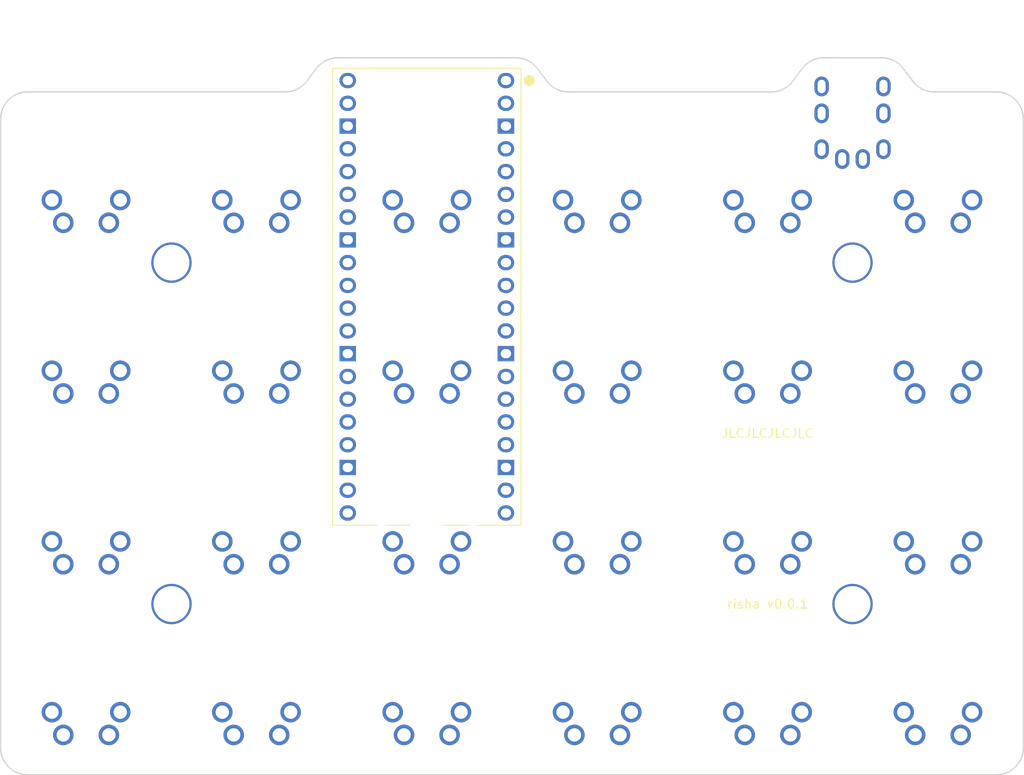
<source format=kicad_pcb>

            
(kicad_pcb (version 20171130) (host pcbnew 5.1.6)

  (page A3)
  (title_block
    (title risha_pcb)
    (rev v1.0.0)
    (company Unknown)
  )

  (general
    (thickness 1.6)
  )

  (layers
    (0 F.Cu signal)
    (31 B.Cu signal)
    (32 B.Adhes user)
    (33 F.Adhes user)
    (34 B.Paste user)
    (35 F.Paste user)
    (36 B.SilkS user)
    (37 F.SilkS user)
    (38 B.Mask user)
    (39 F.Mask user)
    (40 Dwgs.User user)
    (41 Cmts.User user)
    (42 Eco1.User user)
    (43 Eco2.User user)
    (44 Edge.Cuts user)
    (45 Margin user)
    (46 B.CrtYd user)
    (47 F.CrtYd user)
    (48 B.Fab user)
    (49 F.Fab user)
  )

  (setup
    (last_trace_width 0.25)
    (trace_clearance 0.2)
    (zone_clearance 0.508)
    (zone_45_only no)
    (trace_min 0.2)
    (via_size 0.8)
    (via_drill 0.4)
    (via_min_size 0.4)
    (via_min_drill 0.3)
    (uvia_size 0.3)
    (uvia_drill 0.1)
    (uvias_allowed no)
    (uvia_min_size 0.2)
    (uvia_min_drill 0.1)
    (edge_width 0.05)
    (segment_width 0.2)
    (pcb_text_width 0.3)
    (pcb_text_size 1.5 1.5)
    (mod_edge_width 0.12)
    (mod_text_size 1 1)
    (mod_text_width 0.15)
    (pad_size 1.524 1.524)
    (pad_drill 0.762)
    (pad_to_mask_clearance 0.05)
    (aux_axis_origin 0 0)
    (visible_elements FFFFFF7F)
    (pcbplotparams
      (layerselection 0x010fc_ffffffff)
      (usegerberextensions false)
      (usegerberattributes true)
      (usegerberadvancedattributes true)
      (creategerberjobfile true)
      (excludeedgelayer true)
      (linewidth 0.100000)
      (plotframeref false)
      (viasonmask false)
      (mode 1)
      (useauxorigin false)
      (hpglpennumber 1)
      (hpglpenspeed 20)
      (hpglpendiameter 15.000000)
      (psnegative false)
      (psa4output false)
      (plotreference true)
      (plotvalue true)
      (plotinvisibletext false)
      (padsonsilk false)
      (subtractmaskfromsilk false)
      (outputformat 1)
      (mirror false)
      (drillshape 1)
      (scaleselection 1)
      (outputdirectory ""))
  )

            (net 0 "")
(net 1 "matrix_outer_mod")
(net 2 "GND")
(net 3 "matrix_outer_bottom")
(net 4 "matrix_outer_home")
(net 5 "matrix_outer_top")
(net 6 "matrix_pinky_mod")
(net 7 "matrix_pinky_bottom")
(net 8 "matrix_pinky_home")
(net 9 "matrix_pinky_top")
(net 10 "matrix_ring_mod")
(net 11 "matrix_ring_bottom")
(net 12 "matrix_ring_home")
(net 13 "matrix_ring_top")
(net 14 "matrix_middle_mod")
(net 15 "matrix_middle_bottom")
(net 16 "matrix_middle_home")
(net 17 "matrix_middle_top")
(net 18 "matrix_index_mod")
(net 19 "matrix_index_bottom")
(net 20 "matrix_index_home")
(net 21 "matrix_index_top")
(net 22 "matrix_inner_mod")
(net 23 "matrix_inner_bottom")
(net 24 "matrix_inner_home")
(net 25 "matrix_inner_top")
(net 26 "GP0")
(net 27 "GP1")
(net 28 "GP2")
(net 29 "GP3")
(net 30 "GP4")
(net 31 "GP5")
(net 32 "GP6")
(net 33 "GP7")
(net 34 "GP8")
(net 35 "GP9")
(net 36 "GP10")
(net 37 "GP11")
(net 38 "GP12")
(net 39 "GP13")
(net 40 "GP14")
(net 41 "GP15")
(net 42 "GP16")
(net 43 "GP17")
(net 44 "GP18")
(net 45 "GP19")
(net 46 "GP20")
(net 47 "GP21")
(net 48 "GP22")
(net 49 "RUN")
(net 50 "GP26")
(net 51 "GP27")
(net 52 "AGND")
(net 53 "GP28")
(net 54 "ADC_VREF")
(net 55 "3V3")
(net 56 "3V3_EN")
(net 57 "VSYS")
(net 58 "VBUS")
            
  (net_class Default "This is the default net class."
    (clearance 0.2)
    (trace_width 0.25)
    (via_dia 0.8)
    (via_drill 0.4)
    (uvia_dia 0.3)
    (uvia_drill 0.1)
    (add_net "")
(add_net "matrix_outer_mod")
(add_net "GND")
(add_net "matrix_outer_bottom")
(add_net "matrix_outer_home")
(add_net "matrix_outer_top")
(add_net "matrix_pinky_mod")
(add_net "matrix_pinky_bottom")
(add_net "matrix_pinky_home")
(add_net "matrix_pinky_top")
(add_net "matrix_ring_mod")
(add_net "matrix_ring_bottom")
(add_net "matrix_ring_home")
(add_net "matrix_ring_top")
(add_net "matrix_middle_mod")
(add_net "matrix_middle_bottom")
(add_net "matrix_middle_home")
(add_net "matrix_middle_top")
(add_net "matrix_index_mod")
(add_net "matrix_index_bottom")
(add_net "matrix_index_home")
(add_net "matrix_index_top")
(add_net "matrix_inner_mod")
(add_net "matrix_inner_bottom")
(add_net "matrix_inner_home")
(add_net "matrix_inner_top")
(add_net "GP0")
(add_net "GP1")
(add_net "GP2")
(add_net "GP3")
(add_net "GP4")
(add_net "GP5")
(add_net "GP6")
(add_net "GP7")
(add_net "GP8")
(add_net "GP9")
(add_net "GP10")
(add_net "GP11")
(add_net "GP12")
(add_net "GP13")
(add_net "GP14")
(add_net "GP15")
(add_net "GP16")
(add_net "GP17")
(add_net "GP18")
(add_net "GP19")
(add_net "GP20")
(add_net "GP21")
(add_net "GP22")
(add_net "RUN")
(add_net "GP26")
(add_net "GP27")
(add_net "AGND")
(add_net "GP28")
(add_net "ADC_VREF")
(add_net "3V3")
(add_net "3V3_EN")
(add_net "VSYS")
(add_net "VBUS")
  )

            
        
      (module MX (layer F.Cu) (tedit 5DD4F656)
      (at 152.4 152.4 180)

      
      (fp_text reference "S1" (at 0 0) (layer F.SilkS) hide (effects (font (size 1.27 1.27) (thickness 0.15))))
      (fp_text value "" (at 0 0) (layer F.SilkS) hide (effects (font (size 1.27 1.27) (thickness 0.15))))

      
      (fp_line (start -7 -6) (end -7 -7) (layer Dwgs.User) (width 0.15))
      (fp_line (start -7 7) (end -6 7) (layer Dwgs.User) (width 0.15))
      (fp_line (start -6 -7) (end -7 -7) (layer Dwgs.User) (width 0.15))
      (fp_line (start -7 7) (end -7 6) (layer Dwgs.User) (width 0.15))
      (fp_line (start 7 6) (end 7 7) (layer Dwgs.User) (width 0.15))
      (fp_line (start 7 -7) (end 6 -7) (layer Dwgs.User) (width 0.15))
      (fp_line (start 6 7) (end 7 7) (layer Dwgs.User) (width 0.15))
      (fp_line (start 7 -7) (end 7 -6) (layer Dwgs.User) (width 0.15))
    
      
      (pad "" np_thru_hole circle (at 0 0) (size 3.9878 3.9878) (drill 3.9878) (layers *.Cu *.Mask))

      
      (pad "" np_thru_hole circle (at 5.08 0) (size 1.7018 1.7018) (drill 1.7018) (layers *.Cu *.Mask))
      (pad "" np_thru_hole circle (at -5.08 0) (size 1.7018 1.7018) (drill 1.7018) (layers *.Cu *.Mask))
      
        
      
      (fp_line (start -9.5 -9.5) (end 9.5 -9.5) (layer Dwgs.User) (width 0.15))
      (fp_line (start 9.5 -9.5) (end 9.5 9.5) (layer Dwgs.User) (width 0.15))
      (fp_line (start 9.5 9.5) (end -9.5 9.5) (layer Dwgs.User) (width 0.15))
      (fp_line (start -9.5 9.5) (end -9.5 -9.5) (layer Dwgs.User) (width 0.15))
      
        
            
            (pad 1 thru_hole circle (at 2.54 -5.08) (size 2.286 2.286) (drill 1.4986) (layers *.Cu *.Mask) (net 1 "matrix_outer_mod"))
            (pad 2 thru_hole circle (at -3.81 -2.54) (size 2.286 2.286) (drill 1.4986) (layers *.Cu *.Mask) (net 2 "GND"))
          
        
            
            (pad 1 thru_hole circle (at -2.54 -5.08) (size 2.286 2.286) (drill 1.4986) (layers *.Cu *.Mask) (net 1 "matrix_outer_mod"))
            (pad 2 thru_hole circle (at 3.81 -2.54) (size 2.286 2.286) (drill 1.4986) (layers *.Cu *.Mask) (net 2 "GND"))
          )
        

        
      (module MX (layer F.Cu) (tedit 5DD4F656)
      (at 152.4 133.35 180)

      
      (fp_text reference "S2" (at 0 0) (layer F.SilkS) hide (effects (font (size 1.27 1.27) (thickness 0.15))))
      (fp_text value "" (at 0 0) (layer F.SilkS) hide (effects (font (size 1.27 1.27) (thickness 0.15))))

      
      (fp_line (start -7 -6) (end -7 -7) (layer Dwgs.User) (width 0.15))
      (fp_line (start -7 7) (end -6 7) (layer Dwgs.User) (width 0.15))
      (fp_line (start -6 -7) (end -7 -7) (layer Dwgs.User) (width 0.15))
      (fp_line (start -7 7) (end -7 6) (layer Dwgs.User) (width 0.15))
      (fp_line (start 7 6) (end 7 7) (layer Dwgs.User) (width 0.15))
      (fp_line (start 7 -7) (end 6 -7) (layer Dwgs.User) (width 0.15))
      (fp_line (start 6 7) (end 7 7) (layer Dwgs.User) (width 0.15))
      (fp_line (start 7 -7) (end 7 -6) (layer Dwgs.User) (width 0.15))
    
      
      (pad "" np_thru_hole circle (at 0 0) (size 3.9878 3.9878) (drill 3.9878) (layers *.Cu *.Mask))

      
      (pad "" np_thru_hole circle (at 5.08 0) (size 1.7018 1.7018) (drill 1.7018) (layers *.Cu *.Mask))
      (pad "" np_thru_hole circle (at -5.08 0) (size 1.7018 1.7018) (drill 1.7018) (layers *.Cu *.Mask))
      
        
      
      (fp_line (start -9.5 -9.5) (end 9.5 -9.5) (layer Dwgs.User) (width 0.15))
      (fp_line (start 9.5 -9.5) (end 9.5 9.5) (layer Dwgs.User) (width 0.15))
      (fp_line (start 9.5 9.5) (end -9.5 9.5) (layer Dwgs.User) (width 0.15))
      (fp_line (start -9.5 9.5) (end -9.5 -9.5) (layer Dwgs.User) (width 0.15))
      
        
            
            (pad 1 thru_hole circle (at 2.54 -5.08) (size 2.286 2.286) (drill 1.4986) (layers *.Cu *.Mask) (net 3 "matrix_outer_bottom"))
            (pad 2 thru_hole circle (at -3.81 -2.54) (size 2.286 2.286) (drill 1.4986) (layers *.Cu *.Mask) (net 2 "GND"))
          
        
            
            (pad 1 thru_hole circle (at -2.54 -5.08) (size 2.286 2.286) (drill 1.4986) (layers *.Cu *.Mask) (net 3 "matrix_outer_bottom"))
            (pad 2 thru_hole circle (at 3.81 -2.54) (size 2.286 2.286) (drill 1.4986) (layers *.Cu *.Mask) (net 2 "GND"))
          )
        

        
      (module MX (layer F.Cu) (tedit 5DD4F656)
      (at 152.4 114.3 180)

      
      (fp_text reference "S3" (at 0 0) (layer F.SilkS) hide (effects (font (size 1.27 1.27) (thickness 0.15))))
      (fp_text value "" (at 0 0) (layer F.SilkS) hide (effects (font (size 1.27 1.27) (thickness 0.15))))

      
      (fp_line (start -7 -6) (end -7 -7) (layer Dwgs.User) (width 0.15))
      (fp_line (start -7 7) (end -6 7) (layer Dwgs.User) (width 0.15))
      (fp_line (start -6 -7) (end -7 -7) (layer Dwgs.User) (width 0.15))
      (fp_line (start -7 7) (end -7 6) (layer Dwgs.User) (width 0.15))
      (fp_line (start 7 6) (end 7 7) (layer Dwgs.User) (width 0.15))
      (fp_line (start 7 -7) (end 6 -7) (layer Dwgs.User) (width 0.15))
      (fp_line (start 6 7) (end 7 7) (layer Dwgs.User) (width 0.15))
      (fp_line (start 7 -7) (end 7 -6) (layer Dwgs.User) (width 0.15))
    
      
      (pad "" np_thru_hole circle (at 0 0) (size 3.9878 3.9878) (drill 3.9878) (layers *.Cu *.Mask))

      
      (pad "" np_thru_hole circle (at 5.08 0) (size 1.7018 1.7018) (drill 1.7018) (layers *.Cu *.Mask))
      (pad "" np_thru_hole circle (at -5.08 0) (size 1.7018 1.7018) (drill 1.7018) (layers *.Cu *.Mask))
      
        
      
      (fp_line (start -9.5 -9.5) (end 9.5 -9.5) (layer Dwgs.User) (width 0.15))
      (fp_line (start 9.5 -9.5) (end 9.5 9.5) (layer Dwgs.User) (width 0.15))
      (fp_line (start 9.5 9.5) (end -9.5 9.5) (layer Dwgs.User) (width 0.15))
      (fp_line (start -9.5 9.5) (end -9.5 -9.5) (layer Dwgs.User) (width 0.15))
      
        
            
            (pad 1 thru_hole circle (at 2.54 -5.08) (size 2.286 2.286) (drill 1.4986) (layers *.Cu *.Mask) (net 4 "matrix_outer_home"))
            (pad 2 thru_hole circle (at -3.81 -2.54) (size 2.286 2.286) (drill 1.4986) (layers *.Cu *.Mask) (net 2 "GND"))
          
        
            
            (pad 1 thru_hole circle (at -2.54 -5.08) (size 2.286 2.286) (drill 1.4986) (layers *.Cu *.Mask) (net 4 "matrix_outer_home"))
            (pad 2 thru_hole circle (at 3.81 -2.54) (size 2.286 2.286) (drill 1.4986) (layers *.Cu *.Mask) (net 2 "GND"))
          )
        

        
      (module MX (layer F.Cu) (tedit 5DD4F656)
      (at 152.4 95.25 180)

      
      (fp_text reference "S4" (at 0 0) (layer F.SilkS) hide (effects (font (size 1.27 1.27) (thickness 0.15))))
      (fp_text value "" (at 0 0) (layer F.SilkS) hide (effects (font (size 1.27 1.27) (thickness 0.15))))

      
      (fp_line (start -7 -6) (end -7 -7) (layer Dwgs.User) (width 0.15))
      (fp_line (start -7 7) (end -6 7) (layer Dwgs.User) (width 0.15))
      (fp_line (start -6 -7) (end -7 -7) (layer Dwgs.User) (width 0.15))
      (fp_line (start -7 7) (end -7 6) (layer Dwgs.User) (width 0.15))
      (fp_line (start 7 6) (end 7 7) (layer Dwgs.User) (width 0.15))
      (fp_line (start 7 -7) (end 6 -7) (layer Dwgs.User) (width 0.15))
      (fp_line (start 6 7) (end 7 7) (layer Dwgs.User) (width 0.15))
      (fp_line (start 7 -7) (end 7 -6) (layer Dwgs.User) (width 0.15))
    
      
      (pad "" np_thru_hole circle (at 0 0) (size 3.9878 3.9878) (drill 3.9878) (layers *.Cu *.Mask))

      
      (pad "" np_thru_hole circle (at 5.08 0) (size 1.7018 1.7018) (drill 1.7018) (layers *.Cu *.Mask))
      (pad "" np_thru_hole circle (at -5.08 0) (size 1.7018 1.7018) (drill 1.7018) (layers *.Cu *.Mask))
      
        
      
      (fp_line (start -9.5 -9.5) (end 9.5 -9.5) (layer Dwgs.User) (width 0.15))
      (fp_line (start 9.5 -9.5) (end 9.5 9.5) (layer Dwgs.User) (width 0.15))
      (fp_line (start 9.5 9.5) (end -9.5 9.5) (layer Dwgs.User) (width 0.15))
      (fp_line (start -9.5 9.5) (end -9.5 -9.5) (layer Dwgs.User) (width 0.15))
      
        
            
            (pad 1 thru_hole circle (at 2.54 -5.08) (size 2.286 2.286) (drill 1.4986) (layers *.Cu *.Mask) (net 5 "matrix_outer_top"))
            (pad 2 thru_hole circle (at -3.81 -2.54) (size 2.286 2.286) (drill 1.4986) (layers *.Cu *.Mask) (net 2 "GND"))
          
        
            
            (pad 1 thru_hole circle (at -2.54 -5.08) (size 2.286 2.286) (drill 1.4986) (layers *.Cu *.Mask) (net 5 "matrix_outer_top"))
            (pad 2 thru_hole circle (at 3.81 -2.54) (size 2.286 2.286) (drill 1.4986) (layers *.Cu *.Mask) (net 2 "GND"))
          )
        

        
      (module MX (layer F.Cu) (tedit 5DD4F656)
      (at 171.4 152.4 180)

      
      (fp_text reference "S5" (at 0 0) (layer F.SilkS) hide (effects (font (size 1.27 1.27) (thickness 0.15))))
      (fp_text value "" (at 0 0) (layer F.SilkS) hide (effects (font (size 1.27 1.27) (thickness 0.15))))

      
      (fp_line (start -7 -6) (end -7 -7) (layer Dwgs.User) (width 0.15))
      (fp_line (start -7 7) (end -6 7) (layer Dwgs.User) (width 0.15))
      (fp_line (start -6 -7) (end -7 -7) (layer Dwgs.User) (width 0.15))
      (fp_line (start -7 7) (end -7 6) (layer Dwgs.User) (width 0.15))
      (fp_line (start 7 6) (end 7 7) (layer Dwgs.User) (width 0.15))
      (fp_line (start 7 -7) (end 6 -7) (layer Dwgs.User) (width 0.15))
      (fp_line (start 6 7) (end 7 7) (layer Dwgs.User) (width 0.15))
      (fp_line (start 7 -7) (end 7 -6) (layer Dwgs.User) (width 0.15))
    
      
      (pad "" np_thru_hole circle (at 0 0) (size 3.9878 3.9878) (drill 3.9878) (layers *.Cu *.Mask))

      
      (pad "" np_thru_hole circle (at 5.08 0) (size 1.7018 1.7018) (drill 1.7018) (layers *.Cu *.Mask))
      (pad "" np_thru_hole circle (at -5.08 0) (size 1.7018 1.7018) (drill 1.7018) (layers *.Cu *.Mask))
      
        
      
      (fp_line (start -9.5 -9.5) (end 9.5 -9.5) (layer Dwgs.User) (width 0.15))
      (fp_line (start 9.5 -9.5) (end 9.5 9.5) (layer Dwgs.User) (width 0.15))
      (fp_line (start 9.5 9.5) (end -9.5 9.5) (layer Dwgs.User) (width 0.15))
      (fp_line (start -9.5 9.5) (end -9.5 -9.5) (layer Dwgs.User) (width 0.15))
      
        
            
            (pad 1 thru_hole circle (at 2.54 -5.08) (size 2.286 2.286) (drill 1.4986) (layers *.Cu *.Mask) (net 6 "matrix_pinky_mod"))
            (pad 2 thru_hole circle (at -3.81 -2.54) (size 2.286 2.286) (drill 1.4986) (layers *.Cu *.Mask) (net 2 "GND"))
          
        
            
            (pad 1 thru_hole circle (at -2.54 -5.08) (size 2.286 2.286) (drill 1.4986) (layers *.Cu *.Mask) (net 6 "matrix_pinky_mod"))
            (pad 2 thru_hole circle (at 3.81 -2.54) (size 2.286 2.286) (drill 1.4986) (layers *.Cu *.Mask) (net 2 "GND"))
          )
        

        
      (module MX (layer F.Cu) (tedit 5DD4F656)
      (at 171.4 133.35 180)

      
      (fp_text reference "S6" (at 0 0) (layer F.SilkS) hide (effects (font (size 1.27 1.27) (thickness 0.15))))
      (fp_text value "" (at 0 0) (layer F.SilkS) hide (effects (font (size 1.27 1.27) (thickness 0.15))))

      
      (fp_line (start -7 -6) (end -7 -7) (layer Dwgs.User) (width 0.15))
      (fp_line (start -7 7) (end -6 7) (layer Dwgs.User) (width 0.15))
      (fp_line (start -6 -7) (end -7 -7) (layer Dwgs.User) (width 0.15))
      (fp_line (start -7 7) (end -7 6) (layer Dwgs.User) (width 0.15))
      (fp_line (start 7 6) (end 7 7) (layer Dwgs.User) (width 0.15))
      (fp_line (start 7 -7) (end 6 -7) (layer Dwgs.User) (width 0.15))
      (fp_line (start 6 7) (end 7 7) (layer Dwgs.User) (width 0.15))
      (fp_line (start 7 -7) (end 7 -6) (layer Dwgs.User) (width 0.15))
    
      
      (pad "" np_thru_hole circle (at 0 0) (size 3.9878 3.9878) (drill 3.9878) (layers *.Cu *.Mask))

      
      (pad "" np_thru_hole circle (at 5.08 0) (size 1.7018 1.7018) (drill 1.7018) (layers *.Cu *.Mask))
      (pad "" np_thru_hole circle (at -5.08 0) (size 1.7018 1.7018) (drill 1.7018) (layers *.Cu *.Mask))
      
        
      
      (fp_line (start -9.5 -9.5) (end 9.5 -9.5) (layer Dwgs.User) (width 0.15))
      (fp_line (start 9.5 -9.5) (end 9.5 9.5) (layer Dwgs.User) (width 0.15))
      (fp_line (start 9.5 9.5) (end -9.5 9.5) (layer Dwgs.User) (width 0.15))
      (fp_line (start -9.5 9.5) (end -9.5 -9.5) (layer Dwgs.User) (width 0.15))
      
        
            
            (pad 1 thru_hole circle (at 2.54 -5.08) (size 2.286 2.286) (drill 1.4986) (layers *.Cu *.Mask) (net 7 "matrix_pinky_bottom"))
            (pad 2 thru_hole circle (at -3.81 -2.54) (size 2.286 2.286) (drill 1.4986) (layers *.Cu *.Mask) (net 2 "GND"))
          
        
            
            (pad 1 thru_hole circle (at -2.54 -5.08) (size 2.286 2.286) (drill 1.4986) (layers *.Cu *.Mask) (net 7 "matrix_pinky_bottom"))
            (pad 2 thru_hole circle (at 3.81 -2.54) (size 2.286 2.286) (drill 1.4986) (layers *.Cu *.Mask) (net 2 "GND"))
          )
        

        
      (module MX (layer F.Cu) (tedit 5DD4F656)
      (at 171.4 114.3 180)

      
      (fp_text reference "S7" (at 0 0) (layer F.SilkS) hide (effects (font (size 1.27 1.27) (thickness 0.15))))
      (fp_text value "" (at 0 0) (layer F.SilkS) hide (effects (font (size 1.27 1.27) (thickness 0.15))))

      
      (fp_line (start -7 -6) (end -7 -7) (layer Dwgs.User) (width 0.15))
      (fp_line (start -7 7) (end -6 7) (layer Dwgs.User) (width 0.15))
      (fp_line (start -6 -7) (end -7 -7) (layer Dwgs.User) (width 0.15))
      (fp_line (start -7 7) (end -7 6) (layer Dwgs.User) (width 0.15))
      (fp_line (start 7 6) (end 7 7) (layer Dwgs.User) (width 0.15))
      (fp_line (start 7 -7) (end 6 -7) (layer Dwgs.User) (width 0.15))
      (fp_line (start 6 7) (end 7 7) (layer Dwgs.User) (width 0.15))
      (fp_line (start 7 -7) (end 7 -6) (layer Dwgs.User) (width 0.15))
    
      
      (pad "" np_thru_hole circle (at 0 0) (size 3.9878 3.9878) (drill 3.9878) (layers *.Cu *.Mask))

      
      (pad "" np_thru_hole circle (at 5.08 0) (size 1.7018 1.7018) (drill 1.7018) (layers *.Cu *.Mask))
      (pad "" np_thru_hole circle (at -5.08 0) (size 1.7018 1.7018) (drill 1.7018) (layers *.Cu *.Mask))
      
        
      
      (fp_line (start -9.5 -9.5) (end 9.5 -9.5) (layer Dwgs.User) (width 0.15))
      (fp_line (start 9.5 -9.5) (end 9.5 9.5) (layer Dwgs.User) (width 0.15))
      (fp_line (start 9.5 9.5) (end -9.5 9.5) (layer Dwgs.User) (width 0.15))
      (fp_line (start -9.5 9.5) (end -9.5 -9.5) (layer Dwgs.User) (width 0.15))
      
        
            
            (pad 1 thru_hole circle (at 2.54 -5.08) (size 2.286 2.286) (drill 1.4986) (layers *.Cu *.Mask) (net 8 "matrix_pinky_home"))
            (pad 2 thru_hole circle (at -3.81 -2.54) (size 2.286 2.286) (drill 1.4986) (layers *.Cu *.Mask) (net 2 "GND"))
          
        
            
            (pad 1 thru_hole circle (at -2.54 -5.08) (size 2.286 2.286) (drill 1.4986) (layers *.Cu *.Mask) (net 8 "matrix_pinky_home"))
            (pad 2 thru_hole circle (at 3.81 -2.54) (size 2.286 2.286) (drill 1.4986) (layers *.Cu *.Mask) (net 2 "GND"))
          )
        

        
      (module MX (layer F.Cu) (tedit 5DD4F656)
      (at 171.4 95.25 180)

      
      (fp_text reference "S8" (at 0 0) (layer F.SilkS) hide (effects (font (size 1.27 1.27) (thickness 0.15))))
      (fp_text value "" (at 0 0) (layer F.SilkS) hide (effects (font (size 1.27 1.27) (thickness 0.15))))

      
      (fp_line (start -7 -6) (end -7 -7) (layer Dwgs.User) (width 0.15))
      (fp_line (start -7 7) (end -6 7) (layer Dwgs.User) (width 0.15))
      (fp_line (start -6 -7) (end -7 -7) (layer Dwgs.User) (width 0.15))
      (fp_line (start -7 7) (end -7 6) (layer Dwgs.User) (width 0.15))
      (fp_line (start 7 6) (end 7 7) (layer Dwgs.User) (width 0.15))
      (fp_line (start 7 -7) (end 6 -7) (layer Dwgs.User) (width 0.15))
      (fp_line (start 6 7) (end 7 7) (layer Dwgs.User) (width 0.15))
      (fp_line (start 7 -7) (end 7 -6) (layer Dwgs.User) (width 0.15))
    
      
      (pad "" np_thru_hole circle (at 0 0) (size 3.9878 3.9878) (drill 3.9878) (layers *.Cu *.Mask))

      
      (pad "" np_thru_hole circle (at 5.08 0) (size 1.7018 1.7018) (drill 1.7018) (layers *.Cu *.Mask))
      (pad "" np_thru_hole circle (at -5.08 0) (size 1.7018 1.7018) (drill 1.7018) (layers *.Cu *.Mask))
      
        
      
      (fp_line (start -9.5 -9.5) (end 9.5 -9.5) (layer Dwgs.User) (width 0.15))
      (fp_line (start 9.5 -9.5) (end 9.5 9.5) (layer Dwgs.User) (width 0.15))
      (fp_line (start 9.5 9.5) (end -9.5 9.5) (layer Dwgs.User) (width 0.15))
      (fp_line (start -9.5 9.5) (end -9.5 -9.5) (layer Dwgs.User) (width 0.15))
      
        
            
            (pad 1 thru_hole circle (at 2.54 -5.08) (size 2.286 2.286) (drill 1.4986) (layers *.Cu *.Mask) (net 9 "matrix_pinky_top"))
            (pad 2 thru_hole circle (at -3.81 -2.54) (size 2.286 2.286) (drill 1.4986) (layers *.Cu *.Mask) (net 2 "GND"))
          
        
            
            (pad 1 thru_hole circle (at -2.54 -5.08) (size 2.286 2.286) (drill 1.4986) (layers *.Cu *.Mask) (net 9 "matrix_pinky_top"))
            (pad 2 thru_hole circle (at 3.81 -2.54) (size 2.286 2.286) (drill 1.4986) (layers *.Cu *.Mask) (net 2 "GND"))
          )
        

        
      (module MX (layer F.Cu) (tedit 5DD4F656)
      (at 190.4 152.4 180)

      
      (fp_text reference "S9" (at 0 0) (layer F.SilkS) hide (effects (font (size 1.27 1.27) (thickness 0.15))))
      (fp_text value "" (at 0 0) (layer F.SilkS) hide (effects (font (size 1.27 1.27) (thickness 0.15))))

      
      (fp_line (start -7 -6) (end -7 -7) (layer Dwgs.User) (width 0.15))
      (fp_line (start -7 7) (end -6 7) (layer Dwgs.User) (width 0.15))
      (fp_line (start -6 -7) (end -7 -7) (layer Dwgs.User) (width 0.15))
      (fp_line (start -7 7) (end -7 6) (layer Dwgs.User) (width 0.15))
      (fp_line (start 7 6) (end 7 7) (layer Dwgs.User) (width 0.15))
      (fp_line (start 7 -7) (end 6 -7) (layer Dwgs.User) (width 0.15))
      (fp_line (start 6 7) (end 7 7) (layer Dwgs.User) (width 0.15))
      (fp_line (start 7 -7) (end 7 -6) (layer Dwgs.User) (width 0.15))
    
      
      (pad "" np_thru_hole circle (at 0 0) (size 3.9878 3.9878) (drill 3.9878) (layers *.Cu *.Mask))

      
      (pad "" np_thru_hole circle (at 5.08 0) (size 1.7018 1.7018) (drill 1.7018) (layers *.Cu *.Mask))
      (pad "" np_thru_hole circle (at -5.08 0) (size 1.7018 1.7018) (drill 1.7018) (layers *.Cu *.Mask))
      
        
      
      (fp_line (start -9.5 -9.5) (end 9.5 -9.5) (layer Dwgs.User) (width 0.15))
      (fp_line (start 9.5 -9.5) (end 9.5 9.5) (layer Dwgs.User) (width 0.15))
      (fp_line (start 9.5 9.5) (end -9.5 9.5) (layer Dwgs.User) (width 0.15))
      (fp_line (start -9.5 9.5) (end -9.5 -9.5) (layer Dwgs.User) (width 0.15))
      
        
            
            (pad 1 thru_hole circle (at 2.54 -5.08) (size 2.286 2.286) (drill 1.4986) (layers *.Cu *.Mask) (net 10 "matrix_ring_mod"))
            (pad 2 thru_hole circle (at -3.81 -2.54) (size 2.286 2.286) (drill 1.4986) (layers *.Cu *.Mask) (net 2 "GND"))
          
        
            
            (pad 1 thru_hole circle (at -2.54 -5.08) (size 2.286 2.286) (drill 1.4986) (layers *.Cu *.Mask) (net 10 "matrix_ring_mod"))
            (pad 2 thru_hole circle (at 3.81 -2.54) (size 2.286 2.286) (drill 1.4986) (layers *.Cu *.Mask) (net 2 "GND"))
          )
        

        
      (module MX (layer F.Cu) (tedit 5DD4F656)
      (at 190.4 133.35 180)

      
      (fp_text reference "S10" (at 0 0) (layer F.SilkS) hide (effects (font (size 1.27 1.27) (thickness 0.15))))
      (fp_text value "" (at 0 0) (layer F.SilkS) hide (effects (font (size 1.27 1.27) (thickness 0.15))))

      
      (fp_line (start -7 -6) (end -7 -7) (layer Dwgs.User) (width 0.15))
      (fp_line (start -7 7) (end -6 7) (layer Dwgs.User) (width 0.15))
      (fp_line (start -6 -7) (end -7 -7) (layer Dwgs.User) (width 0.15))
      (fp_line (start -7 7) (end -7 6) (layer Dwgs.User) (width 0.15))
      (fp_line (start 7 6) (end 7 7) (layer Dwgs.User) (width 0.15))
      (fp_line (start 7 -7) (end 6 -7) (layer Dwgs.User) (width 0.15))
      (fp_line (start 6 7) (end 7 7) (layer Dwgs.User) (width 0.15))
      (fp_line (start 7 -7) (end 7 -6) (layer Dwgs.User) (width 0.15))
    
      
      (pad "" np_thru_hole circle (at 0 0) (size 3.9878 3.9878) (drill 3.9878) (layers *.Cu *.Mask))

      
      (pad "" np_thru_hole circle (at 5.08 0) (size 1.7018 1.7018) (drill 1.7018) (layers *.Cu *.Mask))
      (pad "" np_thru_hole circle (at -5.08 0) (size 1.7018 1.7018) (drill 1.7018) (layers *.Cu *.Mask))
      
        
      
      (fp_line (start -9.5 -9.5) (end 9.5 -9.5) (layer Dwgs.User) (width 0.15))
      (fp_line (start 9.5 -9.5) (end 9.5 9.5) (layer Dwgs.User) (width 0.15))
      (fp_line (start 9.5 9.5) (end -9.5 9.5) (layer Dwgs.User) (width 0.15))
      (fp_line (start -9.5 9.5) (end -9.5 -9.5) (layer Dwgs.User) (width 0.15))
      
        
            
            (pad 1 thru_hole circle (at 2.54 -5.08) (size 2.286 2.286) (drill 1.4986) (layers *.Cu *.Mask) (net 11 "matrix_ring_bottom"))
            (pad 2 thru_hole circle (at -3.81 -2.54) (size 2.286 2.286) (drill 1.4986) (layers *.Cu *.Mask) (net 2 "GND"))
          
        
            
            (pad 1 thru_hole circle (at -2.54 -5.08) (size 2.286 2.286) (drill 1.4986) (layers *.Cu *.Mask) (net 11 "matrix_ring_bottom"))
            (pad 2 thru_hole circle (at 3.81 -2.54) (size 2.286 2.286) (drill 1.4986) (layers *.Cu *.Mask) (net 2 "GND"))
          )
        

        
      (module MX (layer F.Cu) (tedit 5DD4F656)
      (at 190.4 114.3 180)

      
      (fp_text reference "S11" (at 0 0) (layer F.SilkS) hide (effects (font (size 1.27 1.27) (thickness 0.15))))
      (fp_text value "" (at 0 0) (layer F.SilkS) hide (effects (font (size 1.27 1.27) (thickness 0.15))))

      
      (fp_line (start -7 -6) (end -7 -7) (layer Dwgs.User) (width 0.15))
      (fp_line (start -7 7) (end -6 7) (layer Dwgs.User) (width 0.15))
      (fp_line (start -6 -7) (end -7 -7) (layer Dwgs.User) (width 0.15))
      (fp_line (start -7 7) (end -7 6) (layer Dwgs.User) (width 0.15))
      (fp_line (start 7 6) (end 7 7) (layer Dwgs.User) (width 0.15))
      (fp_line (start 7 -7) (end 6 -7) (layer Dwgs.User) (width 0.15))
      (fp_line (start 6 7) (end 7 7) (layer Dwgs.User) (width 0.15))
      (fp_line (start 7 -7) (end 7 -6) (layer Dwgs.User) (width 0.15))
    
      
      (pad "" np_thru_hole circle (at 0 0) (size 3.9878 3.9878) (drill 3.9878) (layers *.Cu *.Mask))

      
      (pad "" np_thru_hole circle (at 5.08 0) (size 1.7018 1.7018) (drill 1.7018) (layers *.Cu *.Mask))
      (pad "" np_thru_hole circle (at -5.08 0) (size 1.7018 1.7018) (drill 1.7018) (layers *.Cu *.Mask))
      
        
      
      (fp_line (start -9.5 -9.5) (end 9.5 -9.5) (layer Dwgs.User) (width 0.15))
      (fp_line (start 9.5 -9.5) (end 9.5 9.5) (layer Dwgs.User) (width 0.15))
      (fp_line (start 9.5 9.5) (end -9.5 9.5) (layer Dwgs.User) (width 0.15))
      (fp_line (start -9.5 9.5) (end -9.5 -9.5) (layer Dwgs.User) (width 0.15))
      
        
            
            (pad 1 thru_hole circle (at 2.54 -5.08) (size 2.286 2.286) (drill 1.4986) (layers *.Cu *.Mask) (net 12 "matrix_ring_home"))
            (pad 2 thru_hole circle (at -3.81 -2.54) (size 2.286 2.286) (drill 1.4986) (layers *.Cu *.Mask) (net 2 "GND"))
          
        
            
            (pad 1 thru_hole circle (at -2.54 -5.08) (size 2.286 2.286) (drill 1.4986) (layers *.Cu *.Mask) (net 12 "matrix_ring_home"))
            (pad 2 thru_hole circle (at 3.81 -2.54) (size 2.286 2.286) (drill 1.4986) (layers *.Cu *.Mask) (net 2 "GND"))
          )
        

        
      (module MX (layer F.Cu) (tedit 5DD4F656)
      (at 190.4 95.25 180)

      
      (fp_text reference "S12" (at 0 0) (layer F.SilkS) hide (effects (font (size 1.27 1.27) (thickness 0.15))))
      (fp_text value "" (at 0 0) (layer F.SilkS) hide (effects (font (size 1.27 1.27) (thickness 0.15))))

      
      (fp_line (start -7 -6) (end -7 -7) (layer Dwgs.User) (width 0.15))
      (fp_line (start -7 7) (end -6 7) (layer Dwgs.User) (width 0.15))
      (fp_line (start -6 -7) (end -7 -7) (layer Dwgs.User) (width 0.15))
      (fp_line (start -7 7) (end -7 6) (layer Dwgs.User) (width 0.15))
      (fp_line (start 7 6) (end 7 7) (layer Dwgs.User) (width 0.15))
      (fp_line (start 7 -7) (end 6 -7) (layer Dwgs.User) (width 0.15))
      (fp_line (start 6 7) (end 7 7) (layer Dwgs.User) (width 0.15))
      (fp_line (start 7 -7) (end 7 -6) (layer Dwgs.User) (width 0.15))
    
      
      (pad "" np_thru_hole circle (at 0 0) (size 3.9878 3.9878) (drill 3.9878) (layers *.Cu *.Mask))

      
      (pad "" np_thru_hole circle (at 5.08 0) (size 1.7018 1.7018) (drill 1.7018) (layers *.Cu *.Mask))
      (pad "" np_thru_hole circle (at -5.08 0) (size 1.7018 1.7018) (drill 1.7018) (layers *.Cu *.Mask))
      
        
      
      (fp_line (start -9.5 -9.5) (end 9.5 -9.5) (layer Dwgs.User) (width 0.15))
      (fp_line (start 9.5 -9.5) (end 9.5 9.5) (layer Dwgs.User) (width 0.15))
      (fp_line (start 9.5 9.5) (end -9.5 9.5) (layer Dwgs.User) (width 0.15))
      (fp_line (start -9.5 9.5) (end -9.5 -9.5) (layer Dwgs.User) (width 0.15))
      
        
            
            (pad 1 thru_hole circle (at 2.54 -5.08) (size 2.286 2.286) (drill 1.4986) (layers *.Cu *.Mask) (net 13 "matrix_ring_top"))
            (pad 2 thru_hole circle (at -3.81 -2.54) (size 2.286 2.286) (drill 1.4986) (layers *.Cu *.Mask) (net 2 "GND"))
          
        
            
            (pad 1 thru_hole circle (at -2.54 -5.08) (size 2.286 2.286) (drill 1.4986) (layers *.Cu *.Mask) (net 13 "matrix_ring_top"))
            (pad 2 thru_hole circle (at 3.81 -2.54) (size 2.286 2.286) (drill 1.4986) (layers *.Cu *.Mask) (net 2 "GND"))
          )
        

        
      (module MX (layer F.Cu) (tedit 5DD4F656)
      (at 209.4 152.4 180)

      
      (fp_text reference "S13" (at 0 0) (layer F.SilkS) hide (effects (font (size 1.27 1.27) (thickness 0.15))))
      (fp_text value "" (at 0 0) (layer F.SilkS) hide (effects (font (size 1.27 1.27) (thickness 0.15))))

      
      (fp_line (start -7 -6) (end -7 -7) (layer Dwgs.User) (width 0.15))
      (fp_line (start -7 7) (end -6 7) (layer Dwgs.User) (width 0.15))
      (fp_line (start -6 -7) (end -7 -7) (layer Dwgs.User) (width 0.15))
      (fp_line (start -7 7) (end -7 6) (layer Dwgs.User) (width 0.15))
      (fp_line (start 7 6) (end 7 7) (layer Dwgs.User) (width 0.15))
      (fp_line (start 7 -7) (end 6 -7) (layer Dwgs.User) (width 0.15))
      (fp_line (start 6 7) (end 7 7) (layer Dwgs.User) (width 0.15))
      (fp_line (start 7 -7) (end 7 -6) (layer Dwgs.User) (width 0.15))
    
      
      (pad "" np_thru_hole circle (at 0 0) (size 3.9878 3.9878) (drill 3.9878) (layers *.Cu *.Mask))

      
      (pad "" np_thru_hole circle (at 5.08 0) (size 1.7018 1.7018) (drill 1.7018) (layers *.Cu *.Mask))
      (pad "" np_thru_hole circle (at -5.08 0) (size 1.7018 1.7018) (drill 1.7018) (layers *.Cu *.Mask))
      
        
      
      (fp_line (start -9.5 -9.5) (end 9.5 -9.5) (layer Dwgs.User) (width 0.15))
      (fp_line (start 9.5 -9.5) (end 9.5 9.5) (layer Dwgs.User) (width 0.15))
      (fp_line (start 9.5 9.5) (end -9.5 9.5) (layer Dwgs.User) (width 0.15))
      (fp_line (start -9.5 9.5) (end -9.5 -9.5) (layer Dwgs.User) (width 0.15))
      
        
            
            (pad 1 thru_hole circle (at 2.54 -5.08) (size 2.286 2.286) (drill 1.4986) (layers *.Cu *.Mask) (net 14 "matrix_middle_mod"))
            (pad 2 thru_hole circle (at -3.81 -2.54) (size 2.286 2.286) (drill 1.4986) (layers *.Cu *.Mask) (net 2 "GND"))
          
        
            
            (pad 1 thru_hole circle (at -2.54 -5.08) (size 2.286 2.286) (drill 1.4986) (layers *.Cu *.Mask) (net 14 "matrix_middle_mod"))
            (pad 2 thru_hole circle (at 3.81 -2.54) (size 2.286 2.286) (drill 1.4986) (layers *.Cu *.Mask) (net 2 "GND"))
          )
        

        
      (module MX (layer F.Cu) (tedit 5DD4F656)
      (at 209.4 133.35 180)

      
      (fp_text reference "S14" (at 0 0) (layer F.SilkS) hide (effects (font (size 1.27 1.27) (thickness 0.15))))
      (fp_text value "" (at 0 0) (layer F.SilkS) hide (effects (font (size 1.27 1.27) (thickness 0.15))))

      
      (fp_line (start -7 -6) (end -7 -7) (layer Dwgs.User) (width 0.15))
      (fp_line (start -7 7) (end -6 7) (layer Dwgs.User) (width 0.15))
      (fp_line (start -6 -7) (end -7 -7) (layer Dwgs.User) (width 0.15))
      (fp_line (start -7 7) (end -7 6) (layer Dwgs.User) (width 0.15))
      (fp_line (start 7 6) (end 7 7) (layer Dwgs.User) (width 0.15))
      (fp_line (start 7 -7) (end 6 -7) (layer Dwgs.User) (width 0.15))
      (fp_line (start 6 7) (end 7 7) (layer Dwgs.User) (width 0.15))
      (fp_line (start 7 -7) (end 7 -6) (layer Dwgs.User) (width 0.15))
    
      
      (pad "" np_thru_hole circle (at 0 0) (size 3.9878 3.9878) (drill 3.9878) (layers *.Cu *.Mask))

      
      (pad "" np_thru_hole circle (at 5.08 0) (size 1.7018 1.7018) (drill 1.7018) (layers *.Cu *.Mask))
      (pad "" np_thru_hole circle (at -5.08 0) (size 1.7018 1.7018) (drill 1.7018) (layers *.Cu *.Mask))
      
        
      
      (fp_line (start -9.5 -9.5) (end 9.5 -9.5) (layer Dwgs.User) (width 0.15))
      (fp_line (start 9.5 -9.5) (end 9.5 9.5) (layer Dwgs.User) (width 0.15))
      (fp_line (start 9.5 9.5) (end -9.5 9.5) (layer Dwgs.User) (width 0.15))
      (fp_line (start -9.5 9.5) (end -9.5 -9.5) (layer Dwgs.User) (width 0.15))
      
        
            
            (pad 1 thru_hole circle (at 2.54 -5.08) (size 2.286 2.286) (drill 1.4986) (layers *.Cu *.Mask) (net 15 "matrix_middle_bottom"))
            (pad 2 thru_hole circle (at -3.81 -2.54) (size 2.286 2.286) (drill 1.4986) (layers *.Cu *.Mask) (net 2 "GND"))
          
        
            
            (pad 1 thru_hole circle (at -2.54 -5.08) (size 2.286 2.286) (drill 1.4986) (layers *.Cu *.Mask) (net 15 "matrix_middle_bottom"))
            (pad 2 thru_hole circle (at 3.81 -2.54) (size 2.286 2.286) (drill 1.4986) (layers *.Cu *.Mask) (net 2 "GND"))
          )
        

        
      (module MX (layer F.Cu) (tedit 5DD4F656)
      (at 209.4 114.3 180)

      
      (fp_text reference "S15" (at 0 0) (layer F.SilkS) hide (effects (font (size 1.27 1.27) (thickness 0.15))))
      (fp_text value "" (at 0 0) (layer F.SilkS) hide (effects (font (size 1.27 1.27) (thickness 0.15))))

      
      (fp_line (start -7 -6) (end -7 -7) (layer Dwgs.User) (width 0.15))
      (fp_line (start -7 7) (end -6 7) (layer Dwgs.User) (width 0.15))
      (fp_line (start -6 -7) (end -7 -7) (layer Dwgs.User) (width 0.15))
      (fp_line (start -7 7) (end -7 6) (layer Dwgs.User) (width 0.15))
      (fp_line (start 7 6) (end 7 7) (layer Dwgs.User) (width 0.15))
      (fp_line (start 7 -7) (end 6 -7) (layer Dwgs.User) (width 0.15))
      (fp_line (start 6 7) (end 7 7) (layer Dwgs.User) (width 0.15))
      (fp_line (start 7 -7) (end 7 -6) (layer Dwgs.User) (width 0.15))
    
      
      (pad "" np_thru_hole circle (at 0 0) (size 3.9878 3.9878) (drill 3.9878) (layers *.Cu *.Mask))

      
      (pad "" np_thru_hole circle (at 5.08 0) (size 1.7018 1.7018) (drill 1.7018) (layers *.Cu *.Mask))
      (pad "" np_thru_hole circle (at -5.08 0) (size 1.7018 1.7018) (drill 1.7018) (layers *.Cu *.Mask))
      
        
      
      (fp_line (start -9.5 -9.5) (end 9.5 -9.5) (layer Dwgs.User) (width 0.15))
      (fp_line (start 9.5 -9.5) (end 9.5 9.5) (layer Dwgs.User) (width 0.15))
      (fp_line (start 9.5 9.5) (end -9.5 9.5) (layer Dwgs.User) (width 0.15))
      (fp_line (start -9.5 9.5) (end -9.5 -9.5) (layer Dwgs.User) (width 0.15))
      
        
            
            (pad 1 thru_hole circle (at 2.54 -5.08) (size 2.286 2.286) (drill 1.4986) (layers *.Cu *.Mask) (net 16 "matrix_middle_home"))
            (pad 2 thru_hole circle (at -3.81 -2.54) (size 2.286 2.286) (drill 1.4986) (layers *.Cu *.Mask) (net 2 "GND"))
          
        
            
            (pad 1 thru_hole circle (at -2.54 -5.08) (size 2.286 2.286) (drill 1.4986) (layers *.Cu *.Mask) (net 16 "matrix_middle_home"))
            (pad 2 thru_hole circle (at 3.81 -2.54) (size 2.286 2.286) (drill 1.4986) (layers *.Cu *.Mask) (net 2 "GND"))
          )
        

        
      (module MX (layer F.Cu) (tedit 5DD4F656)
      (at 209.4 95.25 180)

      
      (fp_text reference "S16" (at 0 0) (layer F.SilkS) hide (effects (font (size 1.27 1.27) (thickness 0.15))))
      (fp_text value "" (at 0 0) (layer F.SilkS) hide (effects (font (size 1.27 1.27) (thickness 0.15))))

      
      (fp_line (start -7 -6) (end -7 -7) (layer Dwgs.User) (width 0.15))
      (fp_line (start -7 7) (end -6 7) (layer Dwgs.User) (width 0.15))
      (fp_line (start -6 -7) (end -7 -7) (layer Dwgs.User) (width 0.15))
      (fp_line (start -7 7) (end -7 6) (layer Dwgs.User) (width 0.15))
      (fp_line (start 7 6) (end 7 7) (layer Dwgs.User) (width 0.15))
      (fp_line (start 7 -7) (end 6 -7) (layer Dwgs.User) (width 0.15))
      (fp_line (start 6 7) (end 7 7) (layer Dwgs.User) (width 0.15))
      (fp_line (start 7 -7) (end 7 -6) (layer Dwgs.User) (width 0.15))
    
      
      (pad "" np_thru_hole circle (at 0 0) (size 3.9878 3.9878) (drill 3.9878) (layers *.Cu *.Mask))

      
      (pad "" np_thru_hole circle (at 5.08 0) (size 1.7018 1.7018) (drill 1.7018) (layers *.Cu *.Mask))
      (pad "" np_thru_hole circle (at -5.08 0) (size 1.7018 1.7018) (drill 1.7018) (layers *.Cu *.Mask))
      
        
      
      (fp_line (start -9.5 -9.5) (end 9.5 -9.5) (layer Dwgs.User) (width 0.15))
      (fp_line (start 9.5 -9.5) (end 9.5 9.5) (layer Dwgs.User) (width 0.15))
      (fp_line (start 9.5 9.5) (end -9.5 9.5) (layer Dwgs.User) (width 0.15))
      (fp_line (start -9.5 9.5) (end -9.5 -9.5) (layer Dwgs.User) (width 0.15))
      
        
            
            (pad 1 thru_hole circle (at 2.54 -5.08) (size 2.286 2.286) (drill 1.4986) (layers *.Cu *.Mask) (net 17 "matrix_middle_top"))
            (pad 2 thru_hole circle (at -3.81 -2.54) (size 2.286 2.286) (drill 1.4986) (layers *.Cu *.Mask) (net 2 "GND"))
          
        
            
            (pad 1 thru_hole circle (at -2.54 -5.08) (size 2.286 2.286) (drill 1.4986) (layers *.Cu *.Mask) (net 17 "matrix_middle_top"))
            (pad 2 thru_hole circle (at 3.81 -2.54) (size 2.286 2.286) (drill 1.4986) (layers *.Cu *.Mask) (net 2 "GND"))
          )
        

        
      (module MX (layer F.Cu) (tedit 5DD4F656)
      (at 228.4 152.4 180)

      
      (fp_text reference "S17" (at 0 0) (layer F.SilkS) hide (effects (font (size 1.27 1.27) (thickness 0.15))))
      (fp_text value "" (at 0 0) (layer F.SilkS) hide (effects (font (size 1.27 1.27) (thickness 0.15))))

      
      (fp_line (start -7 -6) (end -7 -7) (layer Dwgs.User) (width 0.15))
      (fp_line (start -7 7) (end -6 7) (layer Dwgs.User) (width 0.15))
      (fp_line (start -6 -7) (end -7 -7) (layer Dwgs.User) (width 0.15))
      (fp_line (start -7 7) (end -7 6) (layer Dwgs.User) (width 0.15))
      (fp_line (start 7 6) (end 7 7) (layer Dwgs.User) (width 0.15))
      (fp_line (start 7 -7) (end 6 -7) (layer Dwgs.User) (width 0.15))
      (fp_line (start 6 7) (end 7 7) (layer Dwgs.User) (width 0.15))
      (fp_line (start 7 -7) (end 7 -6) (layer Dwgs.User) (width 0.15))
    
      
      (pad "" np_thru_hole circle (at 0 0) (size 3.9878 3.9878) (drill 3.9878) (layers *.Cu *.Mask))

      
      (pad "" np_thru_hole circle (at 5.08 0) (size 1.7018 1.7018) (drill 1.7018) (layers *.Cu *.Mask))
      (pad "" np_thru_hole circle (at -5.08 0) (size 1.7018 1.7018) (drill 1.7018) (layers *.Cu *.Mask))
      
        
      
      (fp_line (start -9.5 -9.5) (end 9.5 -9.5) (layer Dwgs.User) (width 0.15))
      (fp_line (start 9.5 -9.5) (end 9.5 9.5) (layer Dwgs.User) (width 0.15))
      (fp_line (start 9.5 9.5) (end -9.5 9.5) (layer Dwgs.User) (width 0.15))
      (fp_line (start -9.5 9.5) (end -9.5 -9.5) (layer Dwgs.User) (width 0.15))
      
        
            
            (pad 1 thru_hole circle (at 2.54 -5.08) (size 2.286 2.286) (drill 1.4986) (layers *.Cu *.Mask) (net 18 "matrix_index_mod"))
            (pad 2 thru_hole circle (at -3.81 -2.54) (size 2.286 2.286) (drill 1.4986) (layers *.Cu *.Mask) (net 2 "GND"))
          
        
            
            (pad 1 thru_hole circle (at -2.54 -5.08) (size 2.286 2.286) (drill 1.4986) (layers *.Cu *.Mask) (net 18 "matrix_index_mod"))
            (pad 2 thru_hole circle (at 3.81 -2.54) (size 2.286 2.286) (drill 1.4986) (layers *.Cu *.Mask) (net 2 "GND"))
          )
        

        
      (module MX (layer F.Cu) (tedit 5DD4F656)
      (at 228.4 133.35 180)

      
      (fp_text reference "S18" (at 0 0) (layer F.SilkS) hide (effects (font (size 1.27 1.27) (thickness 0.15))))
      (fp_text value "" (at 0 0) (layer F.SilkS) hide (effects (font (size 1.27 1.27) (thickness 0.15))))

      
      (fp_line (start -7 -6) (end -7 -7) (layer Dwgs.User) (width 0.15))
      (fp_line (start -7 7) (end -6 7) (layer Dwgs.User) (width 0.15))
      (fp_line (start -6 -7) (end -7 -7) (layer Dwgs.User) (width 0.15))
      (fp_line (start -7 7) (end -7 6) (layer Dwgs.User) (width 0.15))
      (fp_line (start 7 6) (end 7 7) (layer Dwgs.User) (width 0.15))
      (fp_line (start 7 -7) (end 6 -7) (layer Dwgs.User) (width 0.15))
      (fp_line (start 6 7) (end 7 7) (layer Dwgs.User) (width 0.15))
      (fp_line (start 7 -7) (end 7 -6) (layer Dwgs.User) (width 0.15))
    
      
      (pad "" np_thru_hole circle (at 0 0) (size 3.9878 3.9878) (drill 3.9878) (layers *.Cu *.Mask))

      
      (pad "" np_thru_hole circle (at 5.08 0) (size 1.7018 1.7018) (drill 1.7018) (layers *.Cu *.Mask))
      (pad "" np_thru_hole circle (at -5.08 0) (size 1.7018 1.7018) (drill 1.7018) (layers *.Cu *.Mask))
      
        
      
      (fp_line (start -9.5 -9.5) (end 9.5 -9.5) (layer Dwgs.User) (width 0.15))
      (fp_line (start 9.5 -9.5) (end 9.5 9.5) (layer Dwgs.User) (width 0.15))
      (fp_line (start 9.5 9.5) (end -9.5 9.5) (layer Dwgs.User) (width 0.15))
      (fp_line (start -9.5 9.5) (end -9.5 -9.5) (layer Dwgs.User) (width 0.15))
      
        
            
            (pad 1 thru_hole circle (at 2.54 -5.08) (size 2.286 2.286) (drill 1.4986) (layers *.Cu *.Mask) (net 19 "matrix_index_bottom"))
            (pad 2 thru_hole circle (at -3.81 -2.54) (size 2.286 2.286) (drill 1.4986) (layers *.Cu *.Mask) (net 2 "GND"))
          
        
            
            (pad 1 thru_hole circle (at -2.54 -5.08) (size 2.286 2.286) (drill 1.4986) (layers *.Cu *.Mask) (net 19 "matrix_index_bottom"))
            (pad 2 thru_hole circle (at 3.81 -2.54) (size 2.286 2.286) (drill 1.4986) (layers *.Cu *.Mask) (net 2 "GND"))
          )
        

        
      (module MX (layer F.Cu) (tedit 5DD4F656)
      (at 228.4 114.3 180)

      
      (fp_text reference "S19" (at 0 0) (layer F.SilkS) hide (effects (font (size 1.27 1.27) (thickness 0.15))))
      (fp_text value "" (at 0 0) (layer F.SilkS) hide (effects (font (size 1.27 1.27) (thickness 0.15))))

      
      (fp_line (start -7 -6) (end -7 -7) (layer Dwgs.User) (width 0.15))
      (fp_line (start -7 7) (end -6 7) (layer Dwgs.User) (width 0.15))
      (fp_line (start -6 -7) (end -7 -7) (layer Dwgs.User) (width 0.15))
      (fp_line (start -7 7) (end -7 6) (layer Dwgs.User) (width 0.15))
      (fp_line (start 7 6) (end 7 7) (layer Dwgs.User) (width 0.15))
      (fp_line (start 7 -7) (end 6 -7) (layer Dwgs.User) (width 0.15))
      (fp_line (start 6 7) (end 7 7) (layer Dwgs.User) (width 0.15))
      (fp_line (start 7 -7) (end 7 -6) (layer Dwgs.User) (width 0.15))
    
      
      (pad "" np_thru_hole circle (at 0 0) (size 3.9878 3.9878) (drill 3.9878) (layers *.Cu *.Mask))

      
      (pad "" np_thru_hole circle (at 5.08 0) (size 1.7018 1.7018) (drill 1.7018) (layers *.Cu *.Mask))
      (pad "" np_thru_hole circle (at -5.08 0) (size 1.7018 1.7018) (drill 1.7018) (layers *.Cu *.Mask))
      
        
      
      (fp_line (start -9.5 -9.5) (end 9.5 -9.5) (layer Dwgs.User) (width 0.15))
      (fp_line (start 9.5 -9.5) (end 9.5 9.5) (layer Dwgs.User) (width 0.15))
      (fp_line (start 9.5 9.5) (end -9.5 9.5) (layer Dwgs.User) (width 0.15))
      (fp_line (start -9.5 9.5) (end -9.5 -9.5) (layer Dwgs.User) (width 0.15))
      
        
            
            (pad 1 thru_hole circle (at 2.54 -5.08) (size 2.286 2.286) (drill 1.4986) (layers *.Cu *.Mask) (net 20 "matrix_index_home"))
            (pad 2 thru_hole circle (at -3.81 -2.54) (size 2.286 2.286) (drill 1.4986) (layers *.Cu *.Mask) (net 2 "GND"))
          
        
            
            (pad 1 thru_hole circle (at -2.54 -5.08) (size 2.286 2.286) (drill 1.4986) (layers *.Cu *.Mask) (net 20 "matrix_index_home"))
            (pad 2 thru_hole circle (at 3.81 -2.54) (size 2.286 2.286) (drill 1.4986) (layers *.Cu *.Mask) (net 2 "GND"))
          )
        

        
      (module MX (layer F.Cu) (tedit 5DD4F656)
      (at 228.4 95.25 180)

      
      (fp_text reference "S20" (at 0 0) (layer F.SilkS) hide (effects (font (size 1.27 1.27) (thickness 0.15))))
      (fp_text value "" (at 0 0) (layer F.SilkS) hide (effects (font (size 1.27 1.27) (thickness 0.15))))

      
      (fp_line (start -7 -6) (end -7 -7) (layer Dwgs.User) (width 0.15))
      (fp_line (start -7 7) (end -6 7) (layer Dwgs.User) (width 0.15))
      (fp_line (start -6 -7) (end -7 -7) (layer Dwgs.User) (width 0.15))
      (fp_line (start -7 7) (end -7 6) (layer Dwgs.User) (width 0.15))
      (fp_line (start 7 6) (end 7 7) (layer Dwgs.User) (width 0.15))
      (fp_line (start 7 -7) (end 6 -7) (layer Dwgs.User) (width 0.15))
      (fp_line (start 6 7) (end 7 7) (layer Dwgs.User) (width 0.15))
      (fp_line (start 7 -7) (end 7 -6) (layer Dwgs.User) (width 0.15))
    
      
      (pad "" np_thru_hole circle (at 0 0) (size 3.9878 3.9878) (drill 3.9878) (layers *.Cu *.Mask))

      
      (pad "" np_thru_hole circle (at 5.08 0) (size 1.7018 1.7018) (drill 1.7018) (layers *.Cu *.Mask))
      (pad "" np_thru_hole circle (at -5.08 0) (size 1.7018 1.7018) (drill 1.7018) (layers *.Cu *.Mask))
      
        
      
      (fp_line (start -9.5 -9.5) (end 9.5 -9.5) (layer Dwgs.User) (width 0.15))
      (fp_line (start 9.5 -9.5) (end 9.5 9.5) (layer Dwgs.User) (width 0.15))
      (fp_line (start 9.5 9.5) (end -9.5 9.5) (layer Dwgs.User) (width 0.15))
      (fp_line (start -9.5 9.5) (end -9.5 -9.5) (layer Dwgs.User) (width 0.15))
      
        
            
            (pad 1 thru_hole circle (at 2.54 -5.08) (size 2.286 2.286) (drill 1.4986) (layers *.Cu *.Mask) (net 21 "matrix_index_top"))
            (pad 2 thru_hole circle (at -3.81 -2.54) (size 2.286 2.286) (drill 1.4986) (layers *.Cu *.Mask) (net 2 "GND"))
          
        
            
            (pad 1 thru_hole circle (at -2.54 -5.08) (size 2.286 2.286) (drill 1.4986) (layers *.Cu *.Mask) (net 21 "matrix_index_top"))
            (pad 2 thru_hole circle (at 3.81 -2.54) (size 2.286 2.286) (drill 1.4986) (layers *.Cu *.Mask) (net 2 "GND"))
          )
        

        
      (module MX (layer F.Cu) (tedit 5DD4F656)
      (at 247.4 152.4 180)

      
      (fp_text reference "S21" (at 0 0) (layer F.SilkS) hide (effects (font (size 1.27 1.27) (thickness 0.15))))
      (fp_text value "" (at 0 0) (layer F.SilkS) hide (effects (font (size 1.27 1.27) (thickness 0.15))))

      
      (fp_line (start -7 -6) (end -7 -7) (layer Dwgs.User) (width 0.15))
      (fp_line (start -7 7) (end -6 7) (layer Dwgs.User) (width 0.15))
      (fp_line (start -6 -7) (end -7 -7) (layer Dwgs.User) (width 0.15))
      (fp_line (start -7 7) (end -7 6) (layer Dwgs.User) (width 0.15))
      (fp_line (start 7 6) (end 7 7) (layer Dwgs.User) (width 0.15))
      (fp_line (start 7 -7) (end 6 -7) (layer Dwgs.User) (width 0.15))
      (fp_line (start 6 7) (end 7 7) (layer Dwgs.User) (width 0.15))
      (fp_line (start 7 -7) (end 7 -6) (layer Dwgs.User) (width 0.15))
    
      
      (pad "" np_thru_hole circle (at 0 0) (size 3.9878 3.9878) (drill 3.9878) (layers *.Cu *.Mask))

      
      (pad "" np_thru_hole circle (at 5.08 0) (size 1.7018 1.7018) (drill 1.7018) (layers *.Cu *.Mask))
      (pad "" np_thru_hole circle (at -5.08 0) (size 1.7018 1.7018) (drill 1.7018) (layers *.Cu *.Mask))
      
        
      
      (fp_line (start -9.5 -9.5) (end 9.5 -9.5) (layer Dwgs.User) (width 0.15))
      (fp_line (start 9.5 -9.5) (end 9.5 9.5) (layer Dwgs.User) (width 0.15))
      (fp_line (start 9.5 9.5) (end -9.5 9.5) (layer Dwgs.User) (width 0.15))
      (fp_line (start -9.5 9.5) (end -9.5 -9.5) (layer Dwgs.User) (width 0.15))
      
        
            
            (pad 1 thru_hole circle (at 2.54 -5.08) (size 2.286 2.286) (drill 1.4986) (layers *.Cu *.Mask) (net 22 "matrix_inner_mod"))
            (pad 2 thru_hole circle (at -3.81 -2.54) (size 2.286 2.286) (drill 1.4986) (layers *.Cu *.Mask) (net 2 "GND"))
          
        
            
            (pad 1 thru_hole circle (at -2.54 -5.08) (size 2.286 2.286) (drill 1.4986) (layers *.Cu *.Mask) (net 22 "matrix_inner_mod"))
            (pad 2 thru_hole circle (at 3.81 -2.54) (size 2.286 2.286) (drill 1.4986) (layers *.Cu *.Mask) (net 2 "GND"))
          )
        

        
      (module MX (layer F.Cu) (tedit 5DD4F656)
      (at 247.4 133.35 180)

      
      (fp_text reference "S22" (at 0 0) (layer F.SilkS) hide (effects (font (size 1.27 1.27) (thickness 0.15))))
      (fp_text value "" (at 0 0) (layer F.SilkS) hide (effects (font (size 1.27 1.27) (thickness 0.15))))

      
      (fp_line (start -7 -6) (end -7 -7) (layer Dwgs.User) (width 0.15))
      (fp_line (start -7 7) (end -6 7) (layer Dwgs.User) (width 0.15))
      (fp_line (start -6 -7) (end -7 -7) (layer Dwgs.User) (width 0.15))
      (fp_line (start -7 7) (end -7 6) (layer Dwgs.User) (width 0.15))
      (fp_line (start 7 6) (end 7 7) (layer Dwgs.User) (width 0.15))
      (fp_line (start 7 -7) (end 6 -7) (layer Dwgs.User) (width 0.15))
      (fp_line (start 6 7) (end 7 7) (layer Dwgs.User) (width 0.15))
      (fp_line (start 7 -7) (end 7 -6) (layer Dwgs.User) (width 0.15))
    
      
      (pad "" np_thru_hole circle (at 0 0) (size 3.9878 3.9878) (drill 3.9878) (layers *.Cu *.Mask))

      
      (pad "" np_thru_hole circle (at 5.08 0) (size 1.7018 1.7018) (drill 1.7018) (layers *.Cu *.Mask))
      (pad "" np_thru_hole circle (at -5.08 0) (size 1.7018 1.7018) (drill 1.7018) (layers *.Cu *.Mask))
      
        
      
      (fp_line (start -9.5 -9.5) (end 9.5 -9.5) (layer Dwgs.User) (width 0.15))
      (fp_line (start 9.5 -9.5) (end 9.5 9.5) (layer Dwgs.User) (width 0.15))
      (fp_line (start 9.5 9.5) (end -9.5 9.5) (layer Dwgs.User) (width 0.15))
      (fp_line (start -9.5 9.5) (end -9.5 -9.5) (layer Dwgs.User) (width 0.15))
      
        
            
            (pad 1 thru_hole circle (at 2.54 -5.08) (size 2.286 2.286) (drill 1.4986) (layers *.Cu *.Mask) (net 23 "matrix_inner_bottom"))
            (pad 2 thru_hole circle (at -3.81 -2.54) (size 2.286 2.286) (drill 1.4986) (layers *.Cu *.Mask) (net 2 "GND"))
          
        
            
            (pad 1 thru_hole circle (at -2.54 -5.08) (size 2.286 2.286) (drill 1.4986) (layers *.Cu *.Mask) (net 23 "matrix_inner_bottom"))
            (pad 2 thru_hole circle (at 3.81 -2.54) (size 2.286 2.286) (drill 1.4986) (layers *.Cu *.Mask) (net 2 "GND"))
          )
        

        
      (module MX (layer F.Cu) (tedit 5DD4F656)
      (at 247.4 114.3 180)

      
      (fp_text reference "S23" (at 0 0) (layer F.SilkS) hide (effects (font (size 1.27 1.27) (thickness 0.15))))
      (fp_text value "" (at 0 0) (layer F.SilkS) hide (effects (font (size 1.27 1.27) (thickness 0.15))))

      
      (fp_line (start -7 -6) (end -7 -7) (layer Dwgs.User) (width 0.15))
      (fp_line (start -7 7) (end -6 7) (layer Dwgs.User) (width 0.15))
      (fp_line (start -6 -7) (end -7 -7) (layer Dwgs.User) (width 0.15))
      (fp_line (start -7 7) (end -7 6) (layer Dwgs.User) (width 0.15))
      (fp_line (start 7 6) (end 7 7) (layer Dwgs.User) (width 0.15))
      (fp_line (start 7 -7) (end 6 -7) (layer Dwgs.User) (width 0.15))
      (fp_line (start 6 7) (end 7 7) (layer Dwgs.User) (width 0.15))
      (fp_line (start 7 -7) (end 7 -6) (layer Dwgs.User) (width 0.15))
    
      
      (pad "" np_thru_hole circle (at 0 0) (size 3.9878 3.9878) (drill 3.9878) (layers *.Cu *.Mask))

      
      (pad "" np_thru_hole circle (at 5.08 0) (size 1.7018 1.7018) (drill 1.7018) (layers *.Cu *.Mask))
      (pad "" np_thru_hole circle (at -5.08 0) (size 1.7018 1.7018) (drill 1.7018) (layers *.Cu *.Mask))
      
        
      
      (fp_line (start -9.5 -9.5) (end 9.5 -9.5) (layer Dwgs.User) (width 0.15))
      (fp_line (start 9.5 -9.5) (end 9.5 9.5) (layer Dwgs.User) (width 0.15))
      (fp_line (start 9.5 9.5) (end -9.5 9.5) (layer Dwgs.User) (width 0.15))
      (fp_line (start -9.5 9.5) (end -9.5 -9.5) (layer Dwgs.User) (width 0.15))
      
        
            
            (pad 1 thru_hole circle (at 2.54 -5.08) (size 2.286 2.286) (drill 1.4986) (layers *.Cu *.Mask) (net 24 "matrix_inner_home"))
            (pad 2 thru_hole circle (at -3.81 -2.54) (size 2.286 2.286) (drill 1.4986) (layers *.Cu *.Mask) (net 2 "GND"))
          
        
            
            (pad 1 thru_hole circle (at -2.54 -5.08) (size 2.286 2.286) (drill 1.4986) (layers *.Cu *.Mask) (net 24 "matrix_inner_home"))
            (pad 2 thru_hole circle (at 3.81 -2.54) (size 2.286 2.286) (drill 1.4986) (layers *.Cu *.Mask) (net 2 "GND"))
          )
        

        
      (module MX (layer F.Cu) (tedit 5DD4F656)
      (at 247.4 95.25 180)

      
      (fp_text reference "S24" (at 0 0) (layer F.SilkS) hide (effects (font (size 1.27 1.27) (thickness 0.15))))
      (fp_text value "" (at 0 0) (layer F.SilkS) hide (effects (font (size 1.27 1.27) (thickness 0.15))))

      
      (fp_line (start -7 -6) (end -7 -7) (layer Dwgs.User) (width 0.15))
      (fp_line (start -7 7) (end -6 7) (layer Dwgs.User) (width 0.15))
      (fp_line (start -6 -7) (end -7 -7) (layer Dwgs.User) (width 0.15))
      (fp_line (start -7 7) (end -7 6) (layer Dwgs.User) (width 0.15))
      (fp_line (start 7 6) (end 7 7) (layer Dwgs.User) (width 0.15))
      (fp_line (start 7 -7) (end 6 -7) (layer Dwgs.User) (width 0.15))
      (fp_line (start 6 7) (end 7 7) (layer Dwgs.User) (width 0.15))
      (fp_line (start 7 -7) (end 7 -6) (layer Dwgs.User) (width 0.15))
    
      
      (pad "" np_thru_hole circle (at 0 0) (size 3.9878 3.9878) (drill 3.9878) (layers *.Cu *.Mask))

      
      (pad "" np_thru_hole circle (at 5.08 0) (size 1.7018 1.7018) (drill 1.7018) (layers *.Cu *.Mask))
      (pad "" np_thru_hole circle (at -5.08 0) (size 1.7018 1.7018) (drill 1.7018) (layers *.Cu *.Mask))
      
        
      
      (fp_line (start -9.5 -9.5) (end 9.5 -9.5) (layer Dwgs.User) (width 0.15))
      (fp_line (start 9.5 -9.5) (end 9.5 9.5) (layer Dwgs.User) (width 0.15))
      (fp_line (start 9.5 9.5) (end -9.5 9.5) (layer Dwgs.User) (width 0.15))
      (fp_line (start -9.5 9.5) (end -9.5 -9.5) (layer Dwgs.User) (width 0.15))
      
        
            
            (pad 1 thru_hole circle (at 2.54 -5.08) (size 2.286 2.286) (drill 1.4986) (layers *.Cu *.Mask) (net 25 "matrix_inner_top"))
            (pad 2 thru_hole circle (at -3.81 -2.54) (size 2.286 2.286) (drill 1.4986) (layers *.Cu *.Mask) (net 2 "GND"))
          
        
            
            (pad 1 thru_hole circle (at -2.54 -5.08) (size 2.286 2.286) (drill 1.4986) (layers *.Cu *.Mask) (net 25 "matrix_inner_top"))
            (pad 2 thru_hole circle (at 3.81 -2.54) (size 2.286 2.286) (drill 1.4986) (layers *.Cu *.Mask) (net 2 "GND"))
          )
        

    (module "RPi_Pico_TH_oval_face_down"
    (layer "F.Cu")
    (attr through_hole)
    (at 190.4 108.585 0)
    (fp_text reference "U0" (at 0 0) (layer "F.Fab") hide
      (effects (font (size 1 1) (thickness 0.15)))
      (tstamp db43bf1b-fd5c-4a08-b779-663eec4fe496)
    )
    (fp_text value "Pico" (at 0 2.159) (layer "F.Fab")
      (effects (font (size 1 1) (thickness 0.15)))
      (tstamp 957d80db-26db-4e86-a9dc-29ad4ca5095b)
    )
    (fp_text user "GP19" (at -11.43 13.335 45) (layer "F.Fab")
      (effects (font (size 0.8 0.8) (thickness 0.15)) (justify right))
      (tstamp 0512cf0d-bf03-4f77-8a6a-c3c067802cf0)
    )
    (fp_text user "GP27" (at -11.43 -4.445 45) (layer "F.Fab")
      (effects (font (size 0.8 0.8) (thickness 0.15)) (justify right))
      (tstamp 05a8de54-ae76-40c7-a32a-0df7a4d563d2)
    )
    (fp_text user "GP1" (at 11.43 -20.965 45) (layer "F.Fab")
      (effects (font (size 0.8 0.8) (thickness 0.15)) (justify left))
      (tstamp 0b801e05-2e0a-4351-85c5-ec4a1d9b9fad)
    )
    (fp_text user "GP12" (at 11.43 14.605 45) (layer "F.Fab")
      (effects (font (size 0.8 0.8) (thickness 0.15)) (justify left))
      (tstamp 0bd23f7d-3ca1-42f0-9a3d-95ab3fd6f1e6)
    )
    (fp_text user "GP9" (at 11.43 4.445 45) (layer "F.Fab")
      (effects (font (size 0.8 0.8) (thickness 0.15)) (justify left))
      (tstamp 136c183c-b28d-4915-9b5e-d3fbba117f5d)
    )
    (fp_text user "GP15" (at 11.43 24.765 45) (layer "F.Fab")
      (effects (font (size 0.8 0.8) (thickness 0.15)) (justify left))
      (tstamp 1ca49d57-c61e-4e6f-b2b4-6469a5bf07fd)
    )
    (fp_text user "AGND" (at -11.43 -6.985 45) (layer "F.Fab")
      (effects (font (size 0.8 0.8) (thickness 0.15)) (justify right))
      (tstamp 1cd27a2f-710a-404b-b237-1824446b721d)
    )
    (fp_text user "ADC_VREF" (at -11.43 -12.065 45) (layer "F.Fab")
      (effects (font (size 0.8 0.8) (thickness 0.15)) (justify right))
      (tstamp 1f6c33fd-53d6-4b46-8c44-6e86103c343b)
    )
    (fp_text user "GP22" (at -11.43 3.175 45) (layer "F.Fab")
      (effects (font (size 0.8 0.8) (thickness 0.15)) (justify right))
      (tstamp 28bc7544-de38-440b-bcb9-9c5464212a88)
    )
    (fp_text user "VBUS" (at -11.43 -24.765 45) (layer "F.Fab")
      (effects (font (size 0.8 0.8) (thickness 0.15)) (justify right))
      (tstamp 2b4c337c-e381-425c-a127-71eef88ed016)
    )
    (fp_text user "GP6" (at 11.43 -3.175 45) (layer "F.Fab")
      (effects (font (size 0.8 0.8) (thickness 0.15)) (justify left))
      (tstamp 2f817fcf-0536-4fec-b4a4-0b995265cae3)
    )
    (fp_text user "GP28" (at -11.43 -9.525 45) (layer "F.Fab")
      (effects (font (size 0.8 0.8) (thickness 0.15)) (justify right))
      (tstamp 3e68e217-93bc-4a8f-b53b-b4ce7571bba3)
    )
    (fp_text user "GND" (at 11.43 -5.715 45) (layer "F.Fab")
      (effects (font (size 0.8 0.8) (thickness 0.15)) (justify left))
      (tstamp 3ee5e203-0a5e-4ba6-b209-3de0a6dc94f1)
    )
    (fp_text user "GND" (at 11.43 6.985 45) (layer "F.Fab")
      (effects (font (size 0.8 0.8) (thickness 0.15)) (justify left))
      (tstamp 486edd86-fcbc-4903-9a5a-a56a63dd1f1a)
    )
    (fp_text user "GP11" (at 11.43 12.065 45) (layer "F.Fab")
      (effects (font (size 0.8 0.8) (thickness 0.15)) (justify left))
      (tstamp 55ac62f1-4c43-4ca0-98ee-1f9a2235b670)
    )
    (fp_text user "GP2" (at 11.43 -15.875 45) (layer "F.Fab")
      (effects (font (size 0.8 0.8) (thickness 0.15)) (justify left))
      (tstamp 5e7824a9-0072-4fb4-a97e-86401588ad3a)
    )
    (fp_text user "GND" (at 11.43 -18.415 45) (layer "F.Fab")
      (effects (font (size 0.8 0.8) (thickness 0.15)) (justify left))
      (tstamp 617a295b-33e8-4933-aea0-2422d1059ab0)
    )
    (fp_text user "GP18" (at -11.43 15.875 45) (layer "F.Fab")
      (effects (font (size 0.8 0.8) (thickness 0.15)) (justify right))
      (tstamp 6b317f00-b4e3-4395-a2e9-d4cc2399e67d)
    )
    (fp_text user "GP5" (at 11.43 -8.255 45) (layer "F.Fab")
      (effects (font (size 0.8 0.8) (thickness 0.15)) (justify left))
      (tstamp 6d2304ff-7a57-4d14-a62e-731c4a6eaab1)
    )
    (fp_text user "GND" (at -11.43 5.715 45) (layer "F.Fab")
      (effects (font (size 0.8 0.8) (thickness 0.15)) (justify right))
      (tstamp 6d3f8560-f792-46f2-8d92-a99a59b2b7ec)
    )
    (fp_text user "GND" (at -11.43 -19.685 45) (layer "F.Fab")
      (effects (font (size 0.8 0.8) (thickness 0.15)) (justify right))
      (tstamp 734ffb13-1205-478b-85b2-a083728372bf)
    )
    (fp_text user "GP7" (at 11.43 -0.635 45) (layer "F.Fab")
      (effects (font (size 0.8 0.8) (thickness 0.15)) (justify left))
      (tstamp 7c9ba3d6-95c3-4c2c-9ead-6739b490045e)
    )
    (fp_text user "3V3" (at -11.43 -14.605 45) (layer "F.Fab")
      (effects (font (size 0.8 0.8) (thickness 0.15)) (justify right))
      (tstamp 7f091456-4b73-4380-b574-778d43125dd0)
    )
    (fp_text user "GP21" (at -11.43 8.255 45) (layer "F.Fab")
      (effects (font (size 0.8 0.8) (thickness 0.15)) (justify right))
      (tstamp 808a9ecb-2b94-4ebe-9579-7c8e28d7c5cb)
    )
    (fp_text user "GP10" (at 11.43 9.525 45) (layer "F.Fab")
      (effects (font (size 0.8 0.8) (thickness 0.15)) (justify left))
      (tstamp 8860f633-76e6-48a4-acbe-09aac3a44bcf)
    )
    (fp_text user "GP20" (at -11.43 10.795 45) (layer "F.Fab")
      (effects (font (size 0.8 0.8) (thickness 0.15)) (justify right))
      (tstamp 892fffcc-863d-457e-9517-0e1fc19a968b)
    )
    (fp_text user "GP14" (at 11.43 22.225 45) (layer "F.Fab")
      (effects (font (size 0.8 0.8) (thickness 0.15)) (justify left))
      (tstamp 8ede2f8b-7c13-4dd0-848b-6cc5bb6bce91)
    )
    (fp_text user "GP26" (at -11.43 -1.905 45) (layer "F.Fab")
      (effects (font (size 0.8 0.8) (thickness 0.15)) (justify right))
      (tstamp 93f2d0f4-f915-4870-9631-0a126f1c8722)
    )
    (fp_text user "GND" (at 11.43 19.685 45) (layer "F.Fab")
      (effects (font (size 0.8 0.8) (thickness 0.15)) (justify left))
      (tstamp 98901507-a30f-46c5-82a1-b63397592c35)
    )
    (fp_text user "GND" (at -11.48 18.415 45) (layer "F.Fab")
      (effects (font (size 0.8 0.8) (thickness 0.15)) (justify right))
      (tstamp 9906893d-5ce6-41be-b28d-674dda74fcf2)
    )
    (fp_text user "GP3" (at 11.43 -13.335 45) (layer "F.Fab")
      (effects (font (size 0.8 0.8) (thickness 0.15)) (justify left))
      (tstamp a2a1bf4c-34eb-4313-bdff-023937f75c46)
    )
    (fp_text user "RUN" (at -11.43 0.635 45) (layer "F.Fab")
      (effects (font (size 0.8 0.8) (thickness 0.15)) (justify right))
      (tstamp bd0acae4-a9b4-47df-b2ac-e56f0915c546)
    )
    (fp_text user "3V3_EN" (at -11.43 -17.145 45) (layer "F.Fab")
      (effects (font (size 0.8 0.8) (thickness 0.15)) (justify right))
      (tstamp bdd5cabe-db62-41b8-aef0-e212997e6908)
    )
    (fp_text user "GP13" (at 11.43 17.145 45) (layer "F.Fab")
      (effects (font (size 0.8 0.8) (thickness 0.15)) (justify left))
      (tstamp bf829bfc-ee97-4500-b663-1ffc0c014b58)
    )
    (fp_text user "GP4" (at 11.43 -10.795 45) (layer "F.Fab")
      (effects (font (size 0.8 0.8) (thickness 0.15)) (justify left))
      (tstamp c2cd2136-b152-4c8d-8289-a7f02960a202)
    )
    (fp_text user "GP17" (at -11.43 20.955 45) (layer "F.Fab")
      (effects (font (size 0.8 0.8) (thickness 0.15)) (justify right))
      (tstamp c4f0935d-2e39-4377-acd5-ce40dcae6269)
    )
    (fp_text user "GP16" (at -11.43 23.495 45) (layer "F.Fab")
      (effects (font (size 0.8 0.8) (thickness 0.15)) (justify right))
      (tstamp e5d85871-9ee2-491a-bb59-a3242400eca4)
    )
    (fp_text user "GP8" (at 11.43 1.905 45) (layer "F.Fab")
      (effects (font (size 0.8 0.8) (thickness 0.15)) (justify left))
      (tstamp f4af7cac-0297-411b-a037-c4c7f1bd858f)
    )
    (fp_text user "VSYS" (at -11.43 -22.225 45) (layer "F.Fab")
      (effects (font (size 0.8 0.8) (thickness 0.15)) (justify right))
      (tstamp f8d1576f-fc85-4227-a9f4-84cf671342d4)
    )
    (fp_text user "GP0" (at 11.43 -23.495 45) (layer "F.Fab")
      (effects (font (size 0.8 0.8) (thickness 0.15)) (justify left))
      (tstamp f92f5543-6884-43ca-a733-80d8e8fb1514)
    )
    (fp_line (start -10.5 25.5) (end 10.5 25.5) (layer "F.SilkS") (width 0.12) (tstamp 0ee7d488-c8e1-4c44-86f9-cb3179c1dcc3))
    (fp_line (start -10.5 -25.5) (end -10.5 25.5) (layer "F.SilkS") (width 0.12) (tstamp 534bc5c9-f3fb-4616-80c7-bc456d144644))
    (fp_line (start -10.5 -25.5) (end 10.5 -25.5) (layer "F.SilkS") (width 0.12) (tstamp 68482ec9-0f6b-4f20-939f-192de417ebc3))
    (fp_line (start 10.5 -25.5) (end 10.5 25.5) (layer "F.SilkS") (width 0.12) (tstamp 81447e22-84f7-41be-abbd-faa8158a1a92))
    (fp_circle (center 11.43 -24.13) (end 12.065 -24.13) (layer "F.SilkS") (width 0) (fill solid) (tstamp 6850ce9f-d644-475c-8473-9f77a98004b5))
    (fp_line (start 11 -26) (end -11 -26) (layer "F.CrtYd") (width 0.12) (tstamp 2f9ae238-1fb9-4e15-8fa1-677f80c040a6))
    (fp_line (start -11 -26) (end -11 26) (layer "F.CrtYd") (width 0.12) (tstamp 699ff8d4-2c0e-4217-95dd-298b70b89404))
    (fp_line (start -11 26) (end 11 26) (layer "F.CrtYd") (width 0.12) (tstamp 72b8bd2c-7322-4211-94c6-b8b57c1ae45f))
    (fp_line (start 11 26) (end 11 -26) (layer "F.CrtYd") (width 0.12) (tstamp 81d02e3f-8a4a-4f4a-8c87-a49e720a351f))
    (fp_line (start -10.5 -25.5) (end -10.5 25.5) (layer "F.Fab") (width 0.12) (tstamp 2b9714fd-9cdd-4b0a-940e-6a9561081b60))
    (fp_line (start 10.5 25.5) (end 10.5 -25.5) (layer "F.Fab") (width 0.12) (tstamp 66e308bb-0f20-48b1-96bd-7e938eb86aff))
    (fp_line (start 10.5 -24.2) (end 9.2 -25.5) (layer "F.Fab") (width 0.12) (tstamp 80bc0467-dc46-4791-9307-44241d7966d4))
    (fp_line (start 10.5 -25.5) (end -10.5 -25.5) (layer "F.Fab") (width 0.12) (tstamp d2cf8733-14a9-4c23-b276-1bc10c1a5f51))
    (fp_line (start -10.5 25.5) (end 10.5 25.5) (layer "F.Fab") (width 0.12) (tstamp e840b107-3750-438e-b78f-29c9d0d23fc4))
    (pad "1" thru_hole oval (at 8.82 -24.13) (size 1.84 1.7) (drill oval 1.16 1.02) (layers *.Cu *.Mask) (tstamp 261789c0-418e-4ec0-8cdf-89abe1f96c5d) (net 26 "GP0"))
    (pad "2" thru_hole oval (at 8.82 -21.59) (size 1.84 1.7) (drill oval 1.16 1.02) (layers *.Cu *.Mask) (tstamp 82df91bd-b1f7-4cb5-a4b8-f014077ed225) (net 27 "GP1"))
    (pad "3" thru_hole rect (at 8.82 -19.05) (size 1.84 1.7) (drill oval 1.16 1.02) (layers *.Cu *.Mask) (tstamp e2d28f85-8433-4782-86c1-698d98ca355b) (net 2 "GND"))
    (pad "4" thru_hole oval (at 8.82 -16.51) (size 1.84 1.7) (drill oval 1.16 1.02) (layers *.Cu *.Mask) (tstamp 6c215906-b1c0-41e7-a1ee-f64340a0df1f) (net 28 "GP2"))
    (pad "5" thru_hole oval (at 8.82 -13.97) (size 1.84 1.7) (drill oval 1.16 1.02) (layers *.Cu *.Mask) (tstamp 76c55b2f-8f9b-48f6-a612-6fe3631d36eb) (net 29 "GP3"))
    (pad "6" thru_hole oval (at 8.82 -11.43) (size 1.84 1.7) (drill oval 1.16 1.02) (layers *.Cu *.Mask) (tstamp 210013bf-6406-44cc-a685-766765aa871b) (net 30 "GP4"))
    (pad "7" thru_hole oval (at 8.82 -8.89) (size 1.84 1.7) (drill oval 1.16 1.02) (layers *.Cu *.Mask) (tstamp 2a1ac614-5190-4c1d-94c5-f92822392dbd) (net 31 "GP5"))
    (pad "8" thru_hole rect (at 8.82 -6.35) (size 1.84 1.7) (drill oval 1.16 1.02) (layers *.Cu *.Mask) (tstamp 3aca05ca-5eaa-49fe-b403-9e2bce888982) (net 2 "GND"))
    (pad "9" thru_hole oval (at 8.82 -3.81) (size 1.84 1.7) (drill oval 1.16 1.02) (layers *.Cu *.Mask) (tstamp fc3ee03b-64c4-4765-a4db-f9ccddc815c0) (net 32 "GP6"))
    (pad "10" thru_hole oval (at 8.82 -1.27) (size 1.84 1.7) (drill oval 1.16 1.02) (layers *.Cu *.Mask) (tstamp 1cbf2788-2f4d-4a14-987b-1ca92d4e80a5) (net 33 "GP7"))
    (pad "11" thru_hole oval (at 8.82 1.27) (size 1.84 1.7) (drill oval 1.16 1.02) (layers *.Cu *.Mask) (tstamp b8d2415c-f56e-4a89-978d-a2919d2209f5) (net 34 "GP8"))
    (pad "12" thru_hole oval (at 8.82 3.81) (size 1.84 1.7) (drill oval 1.16 1.02) (layers *.Cu *.Mask) (tstamp 721079ce-6e9b-4142-b40e-724402815846) (net 35 "GP9"))
    (pad "13" thru_hole rect (at 8.82 6.35) (size 1.84 1.7) (drill oval 1.16 1.02) (layers *.Cu *.Mask) (tstamp 156789ac-0299-4e4b-9bdc-aae415420eec) (net 2 "GND"))
    (pad "14" thru_hole oval (at 8.82 8.89) (size 1.84 1.7) (drill oval 1.16 1.02) (layers *.Cu *.Mask) (tstamp fda6fba3-26de-4533-ab37-f87bb8ca8965) (net 36 "GP10"))
    (pad "15" thru_hole oval (at 8.82 11.43) (size 1.84 1.7) (drill oval 1.16 1.02) (layers *.Cu *.Mask) (tstamp db248dbe-bef4-43e0-991f-f8907ae081d4) (net 37 "GP11"))
    (pad "16" thru_hole oval (at 8.82 13.97) (size 1.84 1.7) (drill oval 1.16 1.02) (layers *.Cu *.Mask) (tstamp 8b5154dc-4718-4a03-ad67-ed035a4319ce) (net 38 "GP12"))
    (pad "17" thru_hole oval (at 8.82 16.51) (size 1.84 1.7) (drill oval 1.16 1.02) (layers *.Cu *.Mask) (tstamp eb64b7d2-d623-452c-9703-2bb0265ee337) (net 39 "GP13"))
    (pad "18" thru_hole rect (at 8.82 19.05) (size 1.84 1.7) (drill oval 1.16 1.02) (layers *.Cu *.Mask) (tstamp f7386878-6bd2-49fb-be47-6588e913174b) (net 2 "GND"))
    (pad "19" thru_hole oval (at 8.82 21.59) (size 1.84 1.7) (drill oval 1.16 1.02) (layers *.Cu *.Mask) (tstamp fa8076fb-ecc2-4918-a4f3-511178e9ad37) (net 40 "GP14"))
    (pad "20" thru_hole oval (at 8.82 24.13) (size 1.84 1.7) (drill oval 1.16 1.02) (layers *.Cu *.Mask) (tstamp 4b6b7c47-5e11-4065-b26e-9c14c9c8ee50) (net 41 "GP15"))
    (pad "21" thru_hole oval (at -8.82 24.13) (size 1.84 1.7) (drill oval 1.16 1.02) (layers *.Cu *.Mask) (tstamp 7a45c78c-faae-432b-8399-806250e23db7) (net 42 "GP16"))
    (pad "22" thru_hole oval (at -8.82 21.59) (size 1.84 1.7) (drill oval 1.16 1.02) (layers *.Cu *.Mask) (tstamp 852f4f24-f0ec-4812-8953-10a1c9ba8b18) (net 43 "GP17"))
    (pad "23" thru_hole rect (at -8.82 19.05) (size 1.84 1.7) (drill oval 1.16 1.02) (layers *.Cu *.Mask) (tstamp 6fbe5d8d-e43a-4207-a531-c4dfe41759ce) (net 2 "GND"))
    (pad "24" thru_hole oval (at -8.82 16.51) (size 1.84 1.7) (drill oval 1.16 1.02) (layers *.Cu *.Mask) (tstamp 48f29450-601c-4f43-bede-558f16a2580a) (net 44 "GP18"))
    (pad "25" thru_hole oval (at -8.82 13.97) (size 1.84 1.7) (drill oval 1.16 1.02) (layers *.Cu *.Mask) (tstamp 0cf035fe-7441-41a9-8ecd-8633f9511a86) (net 45 "GP19"))
    (pad "26" thru_hole oval (at -8.82 11.43) (size 1.84 1.7) (drill oval 1.16 1.02) (layers *.Cu *.Mask) (tstamp 4aa34793-001c-422a-9a9e-f2fa24b7c918) (net 46 "GP20"))
    (pad "27" thru_hole oval (at -8.82 8.89) (size 1.84 1.7) (drill oval 1.16 1.02) (layers *.Cu *.Mask) (tstamp 07bfbc8a-823e-44b5-ab95-5c0659fd56bb) (net 47 "GP21"))
    (pad "28" thru_hole rect (at -8.82 6.35) (size 1.84 1.7) (drill oval 1.16 1.02) (layers *.Cu *.Mask) (tstamp 6fd23c62-f256-47b1-9fb2-80a0473029fb) (net 2 "GND"))
    (pad "29" thru_hole oval (at -8.82 3.81) (size 1.84 1.7) (drill oval 1.16 1.02) (layers *.Cu *.Mask) (tstamp 0e54c542-e3a2-4db6-883d-37a3ad94739d) (net 48 "GP22"))
    (pad "30" thru_hole oval (at -8.82 1.27) (size 1.84 1.7) (drill oval 1.16 1.02) (layers *.Cu *.Mask) (tstamp 49dcd950-fbab-4ac5-9a36-86d2c2a0259e) (net 49 "RUN"))
    (pad "31" thru_hole oval (at -8.82 -1.27) (size 1.84 1.7) (drill oval 1.16 1.02) (layers *.Cu *.Mask) (tstamp 84cce8d0-f83b-4f08-af4b-1d62af837a54) (net 50 "GP26"))
    (pad "32" thru_hole oval (at -8.82 -3.81) (size 1.84 1.7) (drill oval 1.16 1.02) (layers *.Cu *.Mask) (tstamp da79c04c-a207-48dc-a5d7-8a078322a160) (net 51 "GP27"))
    (pad "33" thru_hole rect (at -8.82 -6.35) (size 1.84 1.7) (drill oval 1.16 1.02) (layers *.Cu *.Mask) (tstamp 9db6e273-f7b0-4ab9-9b75-cb2195ede133) (net 52 "AGND"))
    (pad "34" thru_hole oval (at -8.82 -8.89) (size 1.84 1.7) (drill oval 1.16 1.02) (layers *.Cu *.Mask) (tstamp 36be125c-d820-40b1-81f5-37cb6c4c1027) (net 53 "GP28"))
    (pad "35" thru_hole oval (at -8.82 -11.43) (size 1.84 1.7) (drill oval 1.16 1.02) (layers *.Cu *.Mask) (tstamp 510cc5c4-e61c-4e17-93d1-bd10b62ad6fb) (net 54 "ADC_VREF"))
    (pad "36" thru_hole oval (at -8.82 -13.97) (size 1.84 1.7) (drill oval 1.16 1.02) (layers *.Cu *.Mask) (tstamp 33256a6e-b053-471b-ac8e-081487946d0e) (net 55 "3V3"))
    (pad "37" thru_hole oval (at -8.82 -16.51) (size 1.84 1.7) (drill oval 1.16 1.02) (layers *.Cu *.Mask) (tstamp ac928fb2-0ce9-4e34-8e2d-402b47a0d641) (net 56 "3V3_EN"))
    (pad "38" thru_hole rect (at -8.82 -19.05) (size 1.84 1.7) (drill oval 1.16 1.02) (layers *.Cu *.Mask) (tstamp cb792c93-111c-4188-a8ba-8930e71f97d8) (net 2 "GND"))
    (pad "39" thru_hole oval (at -8.82 -21.59) (size 1.84 1.7) (drill oval 1.16 1.02) (layers *.Cu *.Mask) (tstamp b8260a4c-72c5-48e1-9736-d2140182d3fc) (net 57 "VSYS"))
    (pad "40" thru_hole oval (at -8.82 -24.13) (size 1.84 1.7) (drill oval 1.16 1.02) (layers *.Cu *.Mask) (tstamp 1a60f562-a956-4d54-a00f-6201c5b12308) (net 58 "VBUS"))
    )
    

          
      (module TRRS-PJ-320A-dual (layer F.Cu) (tedit 5970F8E5)

      (at 239.025 81.91499999999999 0)   

      
      (fp_text reference "TRRS1" (at 0 14.2) (layer Dwgs.User) (effects (font (size 1 1) (thickness 0.15))))
      (fp_text value TRRS-PJ-320A-dual (at 0 -5.6) (layer F.Fab) (effects (font (size 1 1) (thickness 0.15))))

      
      (fp_line (start 0.5 -2) (end -5.1 -2) (layer Dwgs.User) (width 0.15))
      (fp_line (start -5.1 0) (end -5.1 -2) (layer Dwgs.User) (width 0.15))
      (fp_line (start 0.5 0) (end 0.5 -2) (layer Dwgs.User) (width 0.15))
      (fp_line (start -5.35 0) (end -5.35 12.1) (layer Dwgs.User) (width 0.15))
      (fp_line (start 0.75 0) (end 0.75 12.1) (layer Dwgs.User) (width 0.15))
      (fp_line (start 0.75 12.1) (end -5.35 12.1) (layer Dwgs.User) (width 0.15))
      (fp_line (start 0.75 0) (end -5.35 0) (layer Dwgs.User) (width 0.15))

      
          
        (pad "" np_thru_hole circle (at -2.3 8.6) (size 1.5 1.5) (drill 1.5) (layers *.Cu *.Mask))
        (pad "" np_thru_hole circle (at -2.3 1.6) (size 1.5 1.5) (drill 1.5) (layers *.Cu *.Mask))
      
          
        (pad "" np_thru_hole circle (at 0 8.6) (size 1.5 1.5) (drill 1.5) (layers *.Cu *.Mask))
        (pad "" np_thru_hole circle (at 0 1.6) (size 1.5 1.5) (drill 1.5) (layers *.Cu *.Mask))
      
          
        (pad 1 thru_hole oval (at -2.3 11.3 0) (size 1.6 2.2) (drill oval 0.9 1.5) (layers *.Cu *.Mask) (net 55 "3V3"))
        (pad 2 thru_hole oval (at 2.3 10.2 0) (size 1.6 2.2) (drill oval 0.9 1.5) (layers *.Cu *.Mask) (net 2 "GND"))
        (pad 3 thru_hole oval (at 2.3 6.2 0) (size 1.6 2.2) (drill oval 0.9 1.5) (layers *.Cu *.Mask) (net 26 "GP0"))
        (pad 4 thru_hole oval (at 2.3 3.2 0) (size 1.6 2.2) (drill oval 0.9 1.5) (layers *.Cu *.Mask) (net 27 "GP1"))
      
          
        (pad 1 thru_hole oval (at 0 11.3 0) (size 1.6 2.2) (drill oval 0.9 1.5) (layers *.Cu *.Mask) (net 55 "3V3"))
        (pad 2 thru_hole oval (at -4.6 10.2 0) (size 1.6 2.2) (drill oval 0.9 1.5) (layers *.Cu *.Mask) (net 2 "GND"))
        (pad 3 thru_hole oval (at -4.6 6.2 0) (size 1.6 2.2) (drill oval 0.9 1.5) (layers *.Cu *.Mask) (net 27 "GP1"))
        (pad 4 thru_hole oval (at -4.6 3.2 0) (size 1.6 2.2) (drill oval 0.9 1.5) (layers *.Cu *.Mask) (net 26 "GP0"))
      )
        

            (gr_text "JLCJLCJLCJLC" (at 228.4 123.825 0) (layer F.SilkS)
                (effects (font (size 1 1) (thickness 0.15)) )
            )
        

            (gr_text "risha v0.0.1" (at 228.4 142.875 0) (layer F.SilkS)
                (effects (font (size 1 1) (thickness 0.15)) )
            )
        
(module DrillHole (layer "F.Cu") (tedit 5F880A3E)
    (at 161.925 104.77499999999999 0)
  (pad "" thru_hole circle (at 0 0) (size 4.5 4.5) (drill 4) (layers *.Cu *.Mask) (tstamp 41c9d83b-325c-4159-a170-61d8654be338))
)

(module DrillHole (layer "F.Cu") (tedit 5F880A3E)
    (at 237.875 104.77499999999999 0)
  (pad "" thru_hole circle (at 0 0) (size 4.5 4.5) (drill 4) (layers *.Cu *.Mask) (tstamp 41c9d83b-325c-4159-a170-61d8654be338))
)

(module DrillHole (layer "F.Cu") (tedit 5F880A3E)
    (at 237.875 142.875 0)
  (pad "" thru_hole circle (at 0 0) (size 4.5 4.5) (drill 4) (layers *.Cu *.Mask) (tstamp 41c9d83b-325c-4159-a170-61d8654be338))
)

(module DrillHole (layer "F.Cu") (tedit 5F880A3E)
    (at 161.925 142.875 0)
  (pad "" thru_hole circle (at 0 0) (size 4.5 4.5) (drill 4) (layers *.Cu *.Mask) (tstamp 41c9d83b-325c-4159-a170-61d8654be338))
)

            (gr_line (start 142.875 158.925) (end 142.875 88.725) (angle 90) (layer Edge.Cuts) (width 0.15))
(gr_line (start 145.875 85.725) (end 174.6125 85.725) (angle 90) (layer Edge.Cuts) (width 0.15))
(gr_line (start 177.0125 84.525) (end 178.07 83.11499999999998) (angle 90) (layer Edge.Cuts) (width 0.15))
(gr_line (start 180.47 81.91499999999999) (end 200.33000000000004 81.91499999999999) (angle 90) (layer Edge.Cuts) (width 0.15))
(gr_line (start 202.73000000000002 83.11500000000004) (end 203.7875 84.525) (angle 90) (layer Edge.Cuts) (width 0.15))
(gr_line (start 206.1875 85.725) (end 228.805 85.725) (angle 90) (layer Edge.Cuts) (width 0.15))
(gr_line (start 231.205 84.52500000000003) (end 232.2625 83.11500000000007) (angle 90) (layer Edge.Cuts) (width 0.15))
(gr_line (start 234.6625 81.91499999999999) (end 241.1375 81.91499999999999) (angle 90) (layer Edge.Cuts) (width 0.15))
(gr_line (start 243.5375 83.11499999999998) (end 244.59499999999997 84.52499999999995) (angle 90) (layer Edge.Cuts) (width 0.15))
(gr_line (start 246.99499999999995 85.725) (end 253.925 85.725) (angle 90) (layer Edge.Cuts) (width 0.15))
(gr_line (start 256.925 88.725) (end 256.925 158.925) (angle 90) (layer Edge.Cuts) (width 0.15))
(gr_line (start 253.925 161.925) (end 145.875 161.925) (angle 90) (layer Edge.Cuts) (width 0.15))
(gr_arc (start 145.875 88.725) (end 145.875 85.725) (angle -90) (layer Edge.Cuts) (width 0.15))
(gr_arc (start 174.6125 82.725) (end 174.6125 85.725) (angle -53.130102354155554) (layer Edge.Cuts) (width 0.15))
(gr_arc (start 180.47 84.91499999999996) (end 180.47 81.91499999999996) (angle -53.13010235415629) (layer Edge.Cuts) (width 0.15))
(gr_arc (start 200.33000000000004 84.91499999999999) (end 202.73000000000005 83.115) (angle -53.13010235415642) (layer Edge.Cuts) (width 0.15))
(gr_arc (start 206.1875 82.72500000000002) (end 203.7875 84.52500000000002) (angle -53.13010235415629) (layer Edge.Cuts) (width 0.15))
(gr_arc (start 228.805 82.725) (end 228.805 85.725) (angle -53.13010235415544) (layer Edge.Cuts) (width 0.15))
(gr_arc (start 234.6625 84.91500000000002) (end 234.6625 81.91500000000002) (angle -53.13010235415675) (layer Edge.Cuts) (width 0.15))
(gr_arc (start 241.1375 84.91499999999999) (end 243.5375 83.115) (angle -53.13010235415588) (layer Edge.Cuts) (width 0.15))
(gr_arc (start 246.99499999999995 82.72499999999997) (end 244.59499999999994 84.52499999999996) (angle -53.13010235415598) (layer Edge.Cuts) (width 0.15))
(gr_arc (start 253.925 88.725) (end 256.925 88.725) (angle -90) (layer Edge.Cuts) (width 0.15))
(gr_arc (start 253.925 158.925) (end 253.925 161.925) (angle -90) (layer Edge.Cuts) (width 0.15))
(gr_arc (start 145.875 158.925) (end 142.875 158.925) (angle -90) (layer Edge.Cuts) (width 0.15))
            
)

        
</source>
